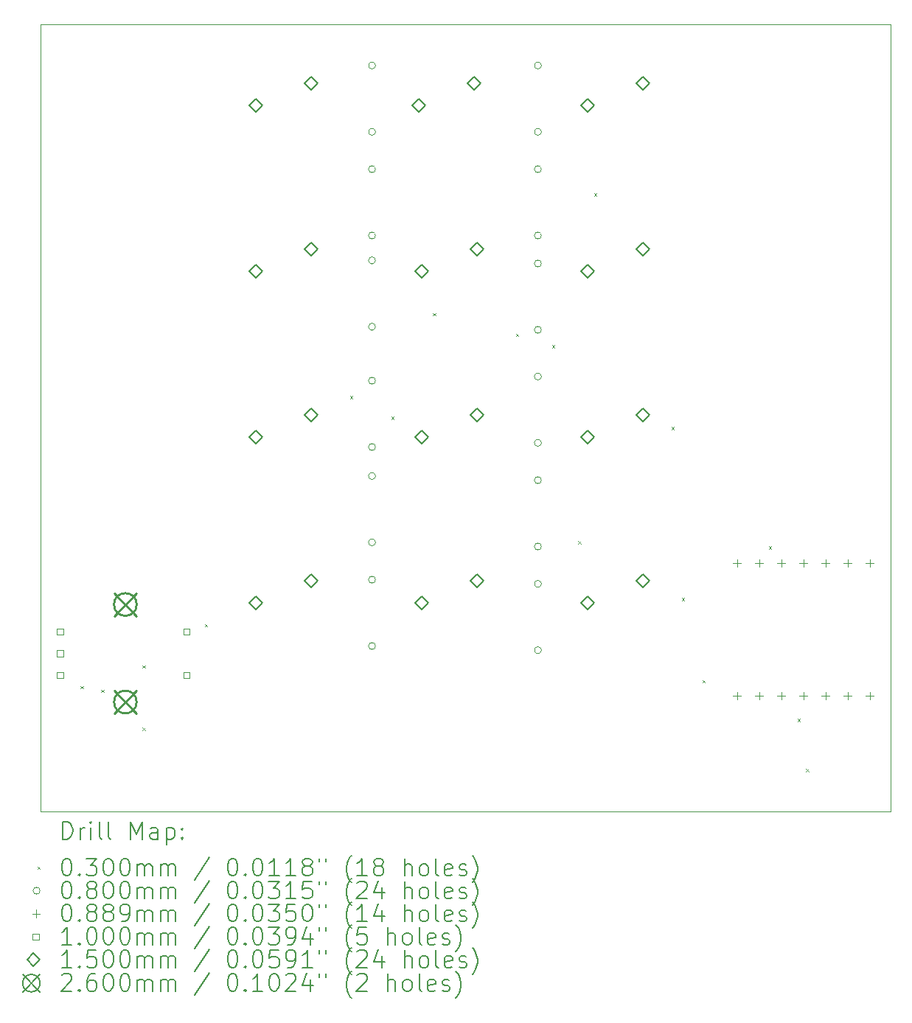
<source format=gbr>
%TF.GenerationSoftware,KiCad,Pcbnew,8.0.8*%
%TF.CreationDate,2025-03-22T19:21:23-07:00*%
%TF.ProjectId,Turtlepad Fixed,54757274-6c65-4706-9164-204669786564,rev?*%
%TF.SameCoordinates,Original*%
%TF.FileFunction,Drillmap*%
%TF.FilePolarity,Positive*%
%FSLAX45Y45*%
G04 Gerber Fmt 4.5, Leading zero omitted, Abs format (unit mm)*
G04 Created by KiCad (PCBNEW 8.0.8) date 2025-03-22 19:21:23*
%MOMM*%
%LPD*%
G01*
G04 APERTURE LIST*
%ADD10C,0.050000*%
%ADD11C,0.200000*%
%ADD12C,0.100000*%
%ADD13C,0.150000*%
%ADD14C,0.260000*%
G04 APERTURE END LIST*
D10*
X6191250Y-4286250D02*
X15954375Y-4286250D01*
X15954375Y-13335000D01*
X6191250Y-13335000D01*
X6191250Y-4286250D01*
D11*
D12*
X6652500Y-11891250D02*
X6682500Y-11921250D01*
X6682500Y-11891250D02*
X6652500Y-11921250D01*
X6890625Y-11932598D02*
X6920625Y-11962598D01*
X6920625Y-11932598D02*
X6890625Y-11962598D01*
X7366875Y-11653125D02*
X7396875Y-11683125D01*
X7396875Y-11653125D02*
X7366875Y-11683125D01*
X7366875Y-12367500D02*
X7396875Y-12397500D01*
X7396875Y-12367500D02*
X7366875Y-12397500D01*
X8081250Y-11176875D02*
X8111250Y-11206875D01*
X8111250Y-11176875D02*
X8081250Y-11206875D01*
X9748125Y-8557500D02*
X9778125Y-8587500D01*
X9778125Y-8557500D02*
X9748125Y-8587500D01*
X10224375Y-8795625D02*
X10254375Y-8825625D01*
X10254375Y-8795625D02*
X10224375Y-8825625D01*
X10700625Y-7605000D02*
X10730625Y-7635000D01*
X10730625Y-7605000D02*
X10700625Y-7635000D01*
X11653125Y-7843125D02*
X11683125Y-7873125D01*
X11683125Y-7843125D02*
X11653125Y-7873125D01*
X12069375Y-7972103D02*
X12099375Y-8002103D01*
X12099375Y-7972103D02*
X12069375Y-8002103D01*
X12367500Y-10224375D02*
X12397500Y-10254375D01*
X12397500Y-10224375D02*
X12367500Y-10254375D01*
X12552801Y-6229073D02*
X12582801Y-6259073D01*
X12582801Y-6229073D02*
X12552801Y-6259073D01*
X13439062Y-8914688D02*
X13469062Y-8944688D01*
X13469062Y-8914688D02*
X13439062Y-8944688D01*
X13558125Y-10878750D02*
X13588125Y-10908750D01*
X13588125Y-10878750D02*
X13558125Y-10908750D01*
X13796250Y-11820300D02*
X13826250Y-11850300D01*
X13826250Y-11820300D02*
X13796250Y-11850300D01*
X14557450Y-10284375D02*
X14587450Y-10314375D01*
X14587450Y-10284375D02*
X14557450Y-10314375D01*
X14887747Y-12268372D02*
X14917747Y-12298372D01*
X14917747Y-12268372D02*
X14887747Y-12298372D01*
X14986875Y-12843750D02*
X15016875Y-12873750D01*
X15016875Y-12843750D02*
X14986875Y-12873750D01*
X10041250Y-4762500D02*
G75*
G02*
X9961250Y-4762500I-40000J0D01*
G01*
X9961250Y-4762500D02*
G75*
G02*
X10041250Y-4762500I40000J0D01*
G01*
X10041250Y-5524500D02*
G75*
G02*
X9961250Y-5524500I-40000J0D01*
G01*
X9961250Y-5524500D02*
G75*
G02*
X10041250Y-5524500I40000J0D01*
G01*
X10041250Y-5953125D02*
G75*
G02*
X9961250Y-5953125I-40000J0D01*
G01*
X9961250Y-5953125D02*
G75*
G02*
X10041250Y-5953125I40000J0D01*
G01*
X10041250Y-6715125D02*
G75*
G02*
X9961250Y-6715125I-40000J0D01*
G01*
X9961250Y-6715125D02*
G75*
G02*
X10041250Y-6715125I40000J0D01*
G01*
X10041250Y-7000875D02*
G75*
G02*
X9961250Y-7000875I-40000J0D01*
G01*
X9961250Y-7000875D02*
G75*
G02*
X10041250Y-7000875I40000J0D01*
G01*
X10041250Y-7762875D02*
G75*
G02*
X9961250Y-7762875I-40000J0D01*
G01*
X9961250Y-7762875D02*
G75*
G02*
X10041250Y-7762875I40000J0D01*
G01*
X10041250Y-8382000D02*
G75*
G02*
X9961250Y-8382000I-40000J0D01*
G01*
X9961250Y-8382000D02*
G75*
G02*
X10041250Y-8382000I40000J0D01*
G01*
X10041250Y-9144000D02*
G75*
G02*
X9961250Y-9144000I-40000J0D01*
G01*
X9961250Y-9144000D02*
G75*
G02*
X10041250Y-9144000I40000J0D01*
G01*
X10041250Y-9477375D02*
G75*
G02*
X9961250Y-9477375I-40000J0D01*
G01*
X9961250Y-9477375D02*
G75*
G02*
X10041250Y-9477375I40000J0D01*
G01*
X10041250Y-10239375D02*
G75*
G02*
X9961250Y-10239375I-40000J0D01*
G01*
X9961250Y-10239375D02*
G75*
G02*
X10041250Y-10239375I40000J0D01*
G01*
X10041250Y-10668000D02*
G75*
G02*
X9961250Y-10668000I-40000J0D01*
G01*
X9961250Y-10668000D02*
G75*
G02*
X10041250Y-10668000I40000J0D01*
G01*
X10041250Y-11430000D02*
G75*
G02*
X9961250Y-11430000I-40000J0D01*
G01*
X9961250Y-11430000D02*
G75*
G02*
X10041250Y-11430000I40000J0D01*
G01*
X11946250Y-4762500D02*
G75*
G02*
X11866250Y-4762500I-40000J0D01*
G01*
X11866250Y-4762500D02*
G75*
G02*
X11946250Y-4762500I40000J0D01*
G01*
X11946250Y-5524500D02*
G75*
G02*
X11866250Y-5524500I-40000J0D01*
G01*
X11866250Y-5524500D02*
G75*
G02*
X11946250Y-5524500I40000J0D01*
G01*
X11946250Y-5953125D02*
G75*
G02*
X11866250Y-5953125I-40000J0D01*
G01*
X11866250Y-5953125D02*
G75*
G02*
X11946250Y-5953125I40000J0D01*
G01*
X11946250Y-6715125D02*
G75*
G02*
X11866250Y-6715125I-40000J0D01*
G01*
X11866250Y-6715125D02*
G75*
G02*
X11946250Y-6715125I40000J0D01*
G01*
X11946250Y-7035625D02*
G75*
G02*
X11866250Y-7035625I-40000J0D01*
G01*
X11866250Y-7035625D02*
G75*
G02*
X11946250Y-7035625I40000J0D01*
G01*
X11946250Y-7797625D02*
G75*
G02*
X11866250Y-7797625I-40000J0D01*
G01*
X11866250Y-7797625D02*
G75*
G02*
X11946250Y-7797625I40000J0D01*
G01*
X11946250Y-8334375D02*
G75*
G02*
X11866250Y-8334375I-40000J0D01*
G01*
X11866250Y-8334375D02*
G75*
G02*
X11946250Y-8334375I40000J0D01*
G01*
X11946250Y-9096375D02*
G75*
G02*
X11866250Y-9096375I-40000J0D01*
G01*
X11866250Y-9096375D02*
G75*
G02*
X11946250Y-9096375I40000J0D01*
G01*
X11946250Y-9525000D02*
G75*
G02*
X11866250Y-9525000I-40000J0D01*
G01*
X11866250Y-9525000D02*
G75*
G02*
X11946250Y-9525000I40000J0D01*
G01*
X11946250Y-10287000D02*
G75*
G02*
X11866250Y-10287000I-40000J0D01*
G01*
X11866250Y-10287000D02*
G75*
G02*
X11946250Y-10287000I40000J0D01*
G01*
X11946250Y-10715625D02*
G75*
G02*
X11866250Y-10715625I-40000J0D01*
G01*
X11866250Y-10715625D02*
G75*
G02*
X11946250Y-10715625I40000J0D01*
G01*
X11946250Y-11477625D02*
G75*
G02*
X11866250Y-11477625I-40000J0D01*
G01*
X11866250Y-11477625D02*
G75*
G02*
X11946250Y-11477625I40000J0D01*
G01*
X14192250Y-10433050D02*
X14192250Y-10521950D01*
X14147800Y-10477500D02*
X14236700Y-10477500D01*
X14192250Y-11957050D02*
X14192250Y-12045950D01*
X14147800Y-12001500D02*
X14236700Y-12001500D01*
X14446250Y-10433050D02*
X14446250Y-10521950D01*
X14401800Y-10477500D02*
X14490700Y-10477500D01*
X14446250Y-11957050D02*
X14446250Y-12045950D01*
X14401800Y-12001500D02*
X14490700Y-12001500D01*
X14700250Y-10433050D02*
X14700250Y-10521950D01*
X14655800Y-10477500D02*
X14744700Y-10477500D01*
X14700250Y-11957050D02*
X14700250Y-12045950D01*
X14655800Y-12001500D02*
X14744700Y-12001500D01*
X14954250Y-10433050D02*
X14954250Y-10521950D01*
X14909800Y-10477500D02*
X14998700Y-10477500D01*
X14954250Y-11957050D02*
X14954250Y-12045950D01*
X14909800Y-12001500D02*
X14998700Y-12001500D01*
X15208250Y-10433050D02*
X15208250Y-10521950D01*
X15163800Y-10477500D02*
X15252700Y-10477500D01*
X15208250Y-11957050D02*
X15208250Y-12045950D01*
X15163800Y-12001500D02*
X15252700Y-12001500D01*
X15462250Y-10433050D02*
X15462250Y-10521950D01*
X15417800Y-10477500D02*
X15506700Y-10477500D01*
X15462250Y-11957050D02*
X15462250Y-12045950D01*
X15417800Y-12001500D02*
X15506700Y-12001500D01*
X15716250Y-10433050D02*
X15716250Y-10521950D01*
X15671800Y-10477500D02*
X15760700Y-10477500D01*
X15716250Y-11957050D02*
X15716250Y-12045950D01*
X15671800Y-12001500D02*
X15760700Y-12001500D01*
X6454106Y-11299106D02*
X6454106Y-11228394D01*
X6383394Y-11228394D01*
X6383394Y-11299106D01*
X6454106Y-11299106D01*
X6454106Y-11549106D02*
X6454106Y-11478394D01*
X6383394Y-11478394D01*
X6383394Y-11549106D01*
X6454106Y-11549106D01*
X6454106Y-11799106D02*
X6454106Y-11728394D01*
X6383394Y-11728394D01*
X6383394Y-11799106D01*
X6454106Y-11799106D01*
X7904106Y-11299106D02*
X7904106Y-11228394D01*
X7833394Y-11228394D01*
X7833394Y-11299106D01*
X7904106Y-11299106D01*
X7904106Y-11799106D02*
X7904106Y-11728394D01*
X7833394Y-11728394D01*
X7833394Y-11799106D01*
X7904106Y-11799106D01*
D13*
X8667750Y-5297875D02*
X8742750Y-5222875D01*
X8667750Y-5147875D01*
X8592750Y-5222875D01*
X8667750Y-5297875D01*
X8667750Y-7202875D02*
X8742750Y-7127875D01*
X8667750Y-7052875D01*
X8592750Y-7127875D01*
X8667750Y-7202875D01*
X8667750Y-9107875D02*
X8742750Y-9032875D01*
X8667750Y-8957875D01*
X8592750Y-9032875D01*
X8667750Y-9107875D01*
X8667750Y-11012875D02*
X8742750Y-10937875D01*
X8667750Y-10862875D01*
X8592750Y-10937875D01*
X8667750Y-11012875D01*
X9302750Y-5043875D02*
X9377750Y-4968875D01*
X9302750Y-4893875D01*
X9227750Y-4968875D01*
X9302750Y-5043875D01*
X9302750Y-6948875D02*
X9377750Y-6873875D01*
X9302750Y-6798875D01*
X9227750Y-6873875D01*
X9302750Y-6948875D01*
X9302750Y-8853875D02*
X9377750Y-8778875D01*
X9302750Y-8703875D01*
X9227750Y-8778875D01*
X9302750Y-8853875D01*
X9302750Y-10758875D02*
X9377750Y-10683875D01*
X9302750Y-10608875D01*
X9227750Y-10683875D01*
X9302750Y-10758875D01*
X10541000Y-5297875D02*
X10616000Y-5222875D01*
X10541000Y-5147875D01*
X10466000Y-5222875D01*
X10541000Y-5297875D01*
X10572750Y-7202875D02*
X10647750Y-7127875D01*
X10572750Y-7052875D01*
X10497750Y-7127875D01*
X10572750Y-7202875D01*
X10572750Y-9107875D02*
X10647750Y-9032875D01*
X10572750Y-8957875D01*
X10497750Y-9032875D01*
X10572750Y-9107875D01*
X10572750Y-11012875D02*
X10647750Y-10937875D01*
X10572750Y-10862875D01*
X10497750Y-10937875D01*
X10572750Y-11012875D01*
X11176000Y-5043875D02*
X11251000Y-4968875D01*
X11176000Y-4893875D01*
X11101000Y-4968875D01*
X11176000Y-5043875D01*
X11207750Y-6948875D02*
X11282750Y-6873875D01*
X11207750Y-6798875D01*
X11132750Y-6873875D01*
X11207750Y-6948875D01*
X11207750Y-8853875D02*
X11282750Y-8778875D01*
X11207750Y-8703875D01*
X11132750Y-8778875D01*
X11207750Y-8853875D01*
X11207750Y-10758875D02*
X11282750Y-10683875D01*
X11207750Y-10608875D01*
X11132750Y-10683875D01*
X11207750Y-10758875D01*
X12477750Y-5297875D02*
X12552750Y-5222875D01*
X12477750Y-5147875D01*
X12402750Y-5222875D01*
X12477750Y-5297875D01*
X12477750Y-7202875D02*
X12552750Y-7127875D01*
X12477750Y-7052875D01*
X12402750Y-7127875D01*
X12477750Y-7202875D01*
X12477750Y-9107875D02*
X12552750Y-9032875D01*
X12477750Y-8957875D01*
X12402750Y-9032875D01*
X12477750Y-9107875D01*
X12477750Y-11012875D02*
X12552750Y-10937875D01*
X12477750Y-10862875D01*
X12402750Y-10937875D01*
X12477750Y-11012875D01*
X13112750Y-5043875D02*
X13187750Y-4968875D01*
X13112750Y-4893875D01*
X13037750Y-4968875D01*
X13112750Y-5043875D01*
X13112750Y-6948875D02*
X13187750Y-6873875D01*
X13112750Y-6798875D01*
X13037750Y-6873875D01*
X13112750Y-6948875D01*
X13112750Y-8853875D02*
X13187750Y-8778875D01*
X13112750Y-8703875D01*
X13037750Y-8778875D01*
X13112750Y-8853875D01*
X13112750Y-10758875D02*
X13187750Y-10683875D01*
X13112750Y-10608875D01*
X13037750Y-10683875D01*
X13112750Y-10758875D01*
D14*
X7038750Y-10823750D02*
X7298750Y-11083750D01*
X7298750Y-10823750D02*
X7038750Y-11083750D01*
X7298750Y-10953750D02*
G75*
G02*
X7038750Y-10953750I-130000J0D01*
G01*
X7038750Y-10953750D02*
G75*
G02*
X7298750Y-10953750I130000J0D01*
G01*
X7038750Y-11943750D02*
X7298750Y-12203750D01*
X7298750Y-11943750D02*
X7038750Y-12203750D01*
X7298750Y-12073750D02*
G75*
G02*
X7038750Y-12073750I-130000J0D01*
G01*
X7038750Y-12073750D02*
G75*
G02*
X7298750Y-12073750I130000J0D01*
G01*
D11*
X6449527Y-13648984D02*
X6449527Y-13448984D01*
X6449527Y-13448984D02*
X6497146Y-13448984D01*
X6497146Y-13448984D02*
X6525717Y-13458508D01*
X6525717Y-13458508D02*
X6544765Y-13477555D01*
X6544765Y-13477555D02*
X6554289Y-13496603D01*
X6554289Y-13496603D02*
X6563812Y-13534698D01*
X6563812Y-13534698D02*
X6563812Y-13563269D01*
X6563812Y-13563269D02*
X6554289Y-13601365D01*
X6554289Y-13601365D02*
X6544765Y-13620412D01*
X6544765Y-13620412D02*
X6525717Y-13639460D01*
X6525717Y-13639460D02*
X6497146Y-13648984D01*
X6497146Y-13648984D02*
X6449527Y-13648984D01*
X6649527Y-13648984D02*
X6649527Y-13515650D01*
X6649527Y-13553746D02*
X6659051Y-13534698D01*
X6659051Y-13534698D02*
X6668574Y-13525174D01*
X6668574Y-13525174D02*
X6687622Y-13515650D01*
X6687622Y-13515650D02*
X6706670Y-13515650D01*
X6773336Y-13648984D02*
X6773336Y-13515650D01*
X6773336Y-13448984D02*
X6763812Y-13458508D01*
X6763812Y-13458508D02*
X6773336Y-13468031D01*
X6773336Y-13468031D02*
X6782860Y-13458508D01*
X6782860Y-13458508D02*
X6773336Y-13448984D01*
X6773336Y-13448984D02*
X6773336Y-13468031D01*
X6897146Y-13648984D02*
X6878098Y-13639460D01*
X6878098Y-13639460D02*
X6868574Y-13620412D01*
X6868574Y-13620412D02*
X6868574Y-13448984D01*
X7001908Y-13648984D02*
X6982860Y-13639460D01*
X6982860Y-13639460D02*
X6973336Y-13620412D01*
X6973336Y-13620412D02*
X6973336Y-13448984D01*
X7230479Y-13648984D02*
X7230479Y-13448984D01*
X7230479Y-13448984D02*
X7297146Y-13591841D01*
X7297146Y-13591841D02*
X7363812Y-13448984D01*
X7363812Y-13448984D02*
X7363812Y-13648984D01*
X7544765Y-13648984D02*
X7544765Y-13544222D01*
X7544765Y-13544222D02*
X7535241Y-13525174D01*
X7535241Y-13525174D02*
X7516193Y-13515650D01*
X7516193Y-13515650D02*
X7478098Y-13515650D01*
X7478098Y-13515650D02*
X7459051Y-13525174D01*
X7544765Y-13639460D02*
X7525717Y-13648984D01*
X7525717Y-13648984D02*
X7478098Y-13648984D01*
X7478098Y-13648984D02*
X7459051Y-13639460D01*
X7459051Y-13639460D02*
X7449527Y-13620412D01*
X7449527Y-13620412D02*
X7449527Y-13601365D01*
X7449527Y-13601365D02*
X7459051Y-13582317D01*
X7459051Y-13582317D02*
X7478098Y-13572793D01*
X7478098Y-13572793D02*
X7525717Y-13572793D01*
X7525717Y-13572793D02*
X7544765Y-13563269D01*
X7640003Y-13515650D02*
X7640003Y-13715650D01*
X7640003Y-13525174D02*
X7659051Y-13515650D01*
X7659051Y-13515650D02*
X7697146Y-13515650D01*
X7697146Y-13515650D02*
X7716193Y-13525174D01*
X7716193Y-13525174D02*
X7725717Y-13534698D01*
X7725717Y-13534698D02*
X7735241Y-13553746D01*
X7735241Y-13553746D02*
X7735241Y-13610888D01*
X7735241Y-13610888D02*
X7725717Y-13629936D01*
X7725717Y-13629936D02*
X7716193Y-13639460D01*
X7716193Y-13639460D02*
X7697146Y-13648984D01*
X7697146Y-13648984D02*
X7659051Y-13648984D01*
X7659051Y-13648984D02*
X7640003Y-13639460D01*
X7820955Y-13629936D02*
X7830479Y-13639460D01*
X7830479Y-13639460D02*
X7820955Y-13648984D01*
X7820955Y-13648984D02*
X7811432Y-13639460D01*
X7811432Y-13639460D02*
X7820955Y-13629936D01*
X7820955Y-13629936D02*
X7820955Y-13648984D01*
X7820955Y-13525174D02*
X7830479Y-13534698D01*
X7830479Y-13534698D02*
X7820955Y-13544222D01*
X7820955Y-13544222D02*
X7811432Y-13534698D01*
X7811432Y-13534698D02*
X7820955Y-13525174D01*
X7820955Y-13525174D02*
X7820955Y-13544222D01*
D12*
X6158750Y-13962500D02*
X6188750Y-13992500D01*
X6188750Y-13962500D02*
X6158750Y-13992500D01*
D11*
X6487622Y-13868984D02*
X6506670Y-13868984D01*
X6506670Y-13868984D02*
X6525717Y-13878508D01*
X6525717Y-13878508D02*
X6535241Y-13888031D01*
X6535241Y-13888031D02*
X6544765Y-13907079D01*
X6544765Y-13907079D02*
X6554289Y-13945174D01*
X6554289Y-13945174D02*
X6554289Y-13992793D01*
X6554289Y-13992793D02*
X6544765Y-14030888D01*
X6544765Y-14030888D02*
X6535241Y-14049936D01*
X6535241Y-14049936D02*
X6525717Y-14059460D01*
X6525717Y-14059460D02*
X6506670Y-14068984D01*
X6506670Y-14068984D02*
X6487622Y-14068984D01*
X6487622Y-14068984D02*
X6468574Y-14059460D01*
X6468574Y-14059460D02*
X6459051Y-14049936D01*
X6459051Y-14049936D02*
X6449527Y-14030888D01*
X6449527Y-14030888D02*
X6440003Y-13992793D01*
X6440003Y-13992793D02*
X6440003Y-13945174D01*
X6440003Y-13945174D02*
X6449527Y-13907079D01*
X6449527Y-13907079D02*
X6459051Y-13888031D01*
X6459051Y-13888031D02*
X6468574Y-13878508D01*
X6468574Y-13878508D02*
X6487622Y-13868984D01*
X6640003Y-14049936D02*
X6649527Y-14059460D01*
X6649527Y-14059460D02*
X6640003Y-14068984D01*
X6640003Y-14068984D02*
X6630479Y-14059460D01*
X6630479Y-14059460D02*
X6640003Y-14049936D01*
X6640003Y-14049936D02*
X6640003Y-14068984D01*
X6716193Y-13868984D02*
X6840003Y-13868984D01*
X6840003Y-13868984D02*
X6773336Y-13945174D01*
X6773336Y-13945174D02*
X6801908Y-13945174D01*
X6801908Y-13945174D02*
X6820955Y-13954698D01*
X6820955Y-13954698D02*
X6830479Y-13964222D01*
X6830479Y-13964222D02*
X6840003Y-13983269D01*
X6840003Y-13983269D02*
X6840003Y-14030888D01*
X6840003Y-14030888D02*
X6830479Y-14049936D01*
X6830479Y-14049936D02*
X6820955Y-14059460D01*
X6820955Y-14059460D02*
X6801908Y-14068984D01*
X6801908Y-14068984D02*
X6744765Y-14068984D01*
X6744765Y-14068984D02*
X6725717Y-14059460D01*
X6725717Y-14059460D02*
X6716193Y-14049936D01*
X6963812Y-13868984D02*
X6982860Y-13868984D01*
X6982860Y-13868984D02*
X7001908Y-13878508D01*
X7001908Y-13878508D02*
X7011432Y-13888031D01*
X7011432Y-13888031D02*
X7020955Y-13907079D01*
X7020955Y-13907079D02*
X7030479Y-13945174D01*
X7030479Y-13945174D02*
X7030479Y-13992793D01*
X7030479Y-13992793D02*
X7020955Y-14030888D01*
X7020955Y-14030888D02*
X7011432Y-14049936D01*
X7011432Y-14049936D02*
X7001908Y-14059460D01*
X7001908Y-14059460D02*
X6982860Y-14068984D01*
X6982860Y-14068984D02*
X6963812Y-14068984D01*
X6963812Y-14068984D02*
X6944765Y-14059460D01*
X6944765Y-14059460D02*
X6935241Y-14049936D01*
X6935241Y-14049936D02*
X6925717Y-14030888D01*
X6925717Y-14030888D02*
X6916193Y-13992793D01*
X6916193Y-13992793D02*
X6916193Y-13945174D01*
X6916193Y-13945174D02*
X6925717Y-13907079D01*
X6925717Y-13907079D02*
X6935241Y-13888031D01*
X6935241Y-13888031D02*
X6944765Y-13878508D01*
X6944765Y-13878508D02*
X6963812Y-13868984D01*
X7154289Y-13868984D02*
X7173336Y-13868984D01*
X7173336Y-13868984D02*
X7192384Y-13878508D01*
X7192384Y-13878508D02*
X7201908Y-13888031D01*
X7201908Y-13888031D02*
X7211432Y-13907079D01*
X7211432Y-13907079D02*
X7220955Y-13945174D01*
X7220955Y-13945174D02*
X7220955Y-13992793D01*
X7220955Y-13992793D02*
X7211432Y-14030888D01*
X7211432Y-14030888D02*
X7201908Y-14049936D01*
X7201908Y-14049936D02*
X7192384Y-14059460D01*
X7192384Y-14059460D02*
X7173336Y-14068984D01*
X7173336Y-14068984D02*
X7154289Y-14068984D01*
X7154289Y-14068984D02*
X7135241Y-14059460D01*
X7135241Y-14059460D02*
X7125717Y-14049936D01*
X7125717Y-14049936D02*
X7116193Y-14030888D01*
X7116193Y-14030888D02*
X7106670Y-13992793D01*
X7106670Y-13992793D02*
X7106670Y-13945174D01*
X7106670Y-13945174D02*
X7116193Y-13907079D01*
X7116193Y-13907079D02*
X7125717Y-13888031D01*
X7125717Y-13888031D02*
X7135241Y-13878508D01*
X7135241Y-13878508D02*
X7154289Y-13868984D01*
X7306670Y-14068984D02*
X7306670Y-13935650D01*
X7306670Y-13954698D02*
X7316193Y-13945174D01*
X7316193Y-13945174D02*
X7335241Y-13935650D01*
X7335241Y-13935650D02*
X7363813Y-13935650D01*
X7363813Y-13935650D02*
X7382860Y-13945174D01*
X7382860Y-13945174D02*
X7392384Y-13964222D01*
X7392384Y-13964222D02*
X7392384Y-14068984D01*
X7392384Y-13964222D02*
X7401908Y-13945174D01*
X7401908Y-13945174D02*
X7420955Y-13935650D01*
X7420955Y-13935650D02*
X7449527Y-13935650D01*
X7449527Y-13935650D02*
X7468574Y-13945174D01*
X7468574Y-13945174D02*
X7478098Y-13964222D01*
X7478098Y-13964222D02*
X7478098Y-14068984D01*
X7573336Y-14068984D02*
X7573336Y-13935650D01*
X7573336Y-13954698D02*
X7582860Y-13945174D01*
X7582860Y-13945174D02*
X7601908Y-13935650D01*
X7601908Y-13935650D02*
X7630479Y-13935650D01*
X7630479Y-13935650D02*
X7649527Y-13945174D01*
X7649527Y-13945174D02*
X7659051Y-13964222D01*
X7659051Y-13964222D02*
X7659051Y-14068984D01*
X7659051Y-13964222D02*
X7668574Y-13945174D01*
X7668574Y-13945174D02*
X7687622Y-13935650D01*
X7687622Y-13935650D02*
X7716193Y-13935650D01*
X7716193Y-13935650D02*
X7735241Y-13945174D01*
X7735241Y-13945174D02*
X7744765Y-13964222D01*
X7744765Y-13964222D02*
X7744765Y-14068984D01*
X8135241Y-13859460D02*
X7963813Y-14116603D01*
X8392384Y-13868984D02*
X8411432Y-13868984D01*
X8411432Y-13868984D02*
X8430479Y-13878508D01*
X8430479Y-13878508D02*
X8440003Y-13888031D01*
X8440003Y-13888031D02*
X8449527Y-13907079D01*
X8449527Y-13907079D02*
X8459051Y-13945174D01*
X8459051Y-13945174D02*
X8459051Y-13992793D01*
X8459051Y-13992793D02*
X8449527Y-14030888D01*
X8449527Y-14030888D02*
X8440003Y-14049936D01*
X8440003Y-14049936D02*
X8430479Y-14059460D01*
X8430479Y-14059460D02*
X8411432Y-14068984D01*
X8411432Y-14068984D02*
X8392384Y-14068984D01*
X8392384Y-14068984D02*
X8373336Y-14059460D01*
X8373336Y-14059460D02*
X8363813Y-14049936D01*
X8363813Y-14049936D02*
X8354289Y-14030888D01*
X8354289Y-14030888D02*
X8344765Y-13992793D01*
X8344765Y-13992793D02*
X8344765Y-13945174D01*
X8344765Y-13945174D02*
X8354289Y-13907079D01*
X8354289Y-13907079D02*
X8363813Y-13888031D01*
X8363813Y-13888031D02*
X8373336Y-13878508D01*
X8373336Y-13878508D02*
X8392384Y-13868984D01*
X8544765Y-14049936D02*
X8554289Y-14059460D01*
X8554289Y-14059460D02*
X8544765Y-14068984D01*
X8544765Y-14068984D02*
X8535241Y-14059460D01*
X8535241Y-14059460D02*
X8544765Y-14049936D01*
X8544765Y-14049936D02*
X8544765Y-14068984D01*
X8678098Y-13868984D02*
X8697146Y-13868984D01*
X8697146Y-13868984D02*
X8716194Y-13878508D01*
X8716194Y-13878508D02*
X8725718Y-13888031D01*
X8725718Y-13888031D02*
X8735241Y-13907079D01*
X8735241Y-13907079D02*
X8744765Y-13945174D01*
X8744765Y-13945174D02*
X8744765Y-13992793D01*
X8744765Y-13992793D02*
X8735241Y-14030888D01*
X8735241Y-14030888D02*
X8725718Y-14049936D01*
X8725718Y-14049936D02*
X8716194Y-14059460D01*
X8716194Y-14059460D02*
X8697146Y-14068984D01*
X8697146Y-14068984D02*
X8678098Y-14068984D01*
X8678098Y-14068984D02*
X8659051Y-14059460D01*
X8659051Y-14059460D02*
X8649527Y-14049936D01*
X8649527Y-14049936D02*
X8640003Y-14030888D01*
X8640003Y-14030888D02*
X8630479Y-13992793D01*
X8630479Y-13992793D02*
X8630479Y-13945174D01*
X8630479Y-13945174D02*
X8640003Y-13907079D01*
X8640003Y-13907079D02*
X8649527Y-13888031D01*
X8649527Y-13888031D02*
X8659051Y-13878508D01*
X8659051Y-13878508D02*
X8678098Y-13868984D01*
X8935241Y-14068984D02*
X8820956Y-14068984D01*
X8878098Y-14068984D02*
X8878098Y-13868984D01*
X8878098Y-13868984D02*
X8859051Y-13897555D01*
X8859051Y-13897555D02*
X8840003Y-13916603D01*
X8840003Y-13916603D02*
X8820956Y-13926127D01*
X9125718Y-14068984D02*
X9011432Y-14068984D01*
X9068575Y-14068984D02*
X9068575Y-13868984D01*
X9068575Y-13868984D02*
X9049527Y-13897555D01*
X9049527Y-13897555D02*
X9030479Y-13916603D01*
X9030479Y-13916603D02*
X9011432Y-13926127D01*
X9240003Y-13954698D02*
X9220956Y-13945174D01*
X9220956Y-13945174D02*
X9211432Y-13935650D01*
X9211432Y-13935650D02*
X9201908Y-13916603D01*
X9201908Y-13916603D02*
X9201908Y-13907079D01*
X9201908Y-13907079D02*
X9211432Y-13888031D01*
X9211432Y-13888031D02*
X9220956Y-13878508D01*
X9220956Y-13878508D02*
X9240003Y-13868984D01*
X9240003Y-13868984D02*
X9278099Y-13868984D01*
X9278099Y-13868984D02*
X9297146Y-13878508D01*
X9297146Y-13878508D02*
X9306670Y-13888031D01*
X9306670Y-13888031D02*
X9316194Y-13907079D01*
X9316194Y-13907079D02*
X9316194Y-13916603D01*
X9316194Y-13916603D02*
X9306670Y-13935650D01*
X9306670Y-13935650D02*
X9297146Y-13945174D01*
X9297146Y-13945174D02*
X9278099Y-13954698D01*
X9278099Y-13954698D02*
X9240003Y-13954698D01*
X9240003Y-13954698D02*
X9220956Y-13964222D01*
X9220956Y-13964222D02*
X9211432Y-13973746D01*
X9211432Y-13973746D02*
X9201908Y-13992793D01*
X9201908Y-13992793D02*
X9201908Y-14030888D01*
X9201908Y-14030888D02*
X9211432Y-14049936D01*
X9211432Y-14049936D02*
X9220956Y-14059460D01*
X9220956Y-14059460D02*
X9240003Y-14068984D01*
X9240003Y-14068984D02*
X9278099Y-14068984D01*
X9278099Y-14068984D02*
X9297146Y-14059460D01*
X9297146Y-14059460D02*
X9306670Y-14049936D01*
X9306670Y-14049936D02*
X9316194Y-14030888D01*
X9316194Y-14030888D02*
X9316194Y-13992793D01*
X9316194Y-13992793D02*
X9306670Y-13973746D01*
X9306670Y-13973746D02*
X9297146Y-13964222D01*
X9297146Y-13964222D02*
X9278099Y-13954698D01*
X9392384Y-13868984D02*
X9392384Y-13907079D01*
X9468575Y-13868984D02*
X9468575Y-13907079D01*
X9763813Y-14145174D02*
X9754289Y-14135650D01*
X9754289Y-14135650D02*
X9735241Y-14107079D01*
X9735241Y-14107079D02*
X9725718Y-14088031D01*
X9725718Y-14088031D02*
X9716194Y-14059460D01*
X9716194Y-14059460D02*
X9706670Y-14011841D01*
X9706670Y-14011841D02*
X9706670Y-13973746D01*
X9706670Y-13973746D02*
X9716194Y-13926127D01*
X9716194Y-13926127D02*
X9725718Y-13897555D01*
X9725718Y-13897555D02*
X9735241Y-13878508D01*
X9735241Y-13878508D02*
X9754289Y-13849936D01*
X9754289Y-13849936D02*
X9763813Y-13840412D01*
X9944765Y-14068984D02*
X9830480Y-14068984D01*
X9887622Y-14068984D02*
X9887622Y-13868984D01*
X9887622Y-13868984D02*
X9868575Y-13897555D01*
X9868575Y-13897555D02*
X9849527Y-13916603D01*
X9849527Y-13916603D02*
X9830480Y-13926127D01*
X10059051Y-13954698D02*
X10040003Y-13945174D01*
X10040003Y-13945174D02*
X10030480Y-13935650D01*
X10030480Y-13935650D02*
X10020956Y-13916603D01*
X10020956Y-13916603D02*
X10020956Y-13907079D01*
X10020956Y-13907079D02*
X10030480Y-13888031D01*
X10030480Y-13888031D02*
X10040003Y-13878508D01*
X10040003Y-13878508D02*
X10059051Y-13868984D01*
X10059051Y-13868984D02*
X10097146Y-13868984D01*
X10097146Y-13868984D02*
X10116194Y-13878508D01*
X10116194Y-13878508D02*
X10125718Y-13888031D01*
X10125718Y-13888031D02*
X10135241Y-13907079D01*
X10135241Y-13907079D02*
X10135241Y-13916603D01*
X10135241Y-13916603D02*
X10125718Y-13935650D01*
X10125718Y-13935650D02*
X10116194Y-13945174D01*
X10116194Y-13945174D02*
X10097146Y-13954698D01*
X10097146Y-13954698D02*
X10059051Y-13954698D01*
X10059051Y-13954698D02*
X10040003Y-13964222D01*
X10040003Y-13964222D02*
X10030480Y-13973746D01*
X10030480Y-13973746D02*
X10020956Y-13992793D01*
X10020956Y-13992793D02*
X10020956Y-14030888D01*
X10020956Y-14030888D02*
X10030480Y-14049936D01*
X10030480Y-14049936D02*
X10040003Y-14059460D01*
X10040003Y-14059460D02*
X10059051Y-14068984D01*
X10059051Y-14068984D02*
X10097146Y-14068984D01*
X10097146Y-14068984D02*
X10116194Y-14059460D01*
X10116194Y-14059460D02*
X10125718Y-14049936D01*
X10125718Y-14049936D02*
X10135241Y-14030888D01*
X10135241Y-14030888D02*
X10135241Y-13992793D01*
X10135241Y-13992793D02*
X10125718Y-13973746D01*
X10125718Y-13973746D02*
X10116194Y-13964222D01*
X10116194Y-13964222D02*
X10097146Y-13954698D01*
X10373337Y-14068984D02*
X10373337Y-13868984D01*
X10459051Y-14068984D02*
X10459051Y-13964222D01*
X10459051Y-13964222D02*
X10449527Y-13945174D01*
X10449527Y-13945174D02*
X10430480Y-13935650D01*
X10430480Y-13935650D02*
X10401908Y-13935650D01*
X10401908Y-13935650D02*
X10382861Y-13945174D01*
X10382861Y-13945174D02*
X10373337Y-13954698D01*
X10582861Y-14068984D02*
X10563813Y-14059460D01*
X10563813Y-14059460D02*
X10554289Y-14049936D01*
X10554289Y-14049936D02*
X10544765Y-14030888D01*
X10544765Y-14030888D02*
X10544765Y-13973746D01*
X10544765Y-13973746D02*
X10554289Y-13954698D01*
X10554289Y-13954698D02*
X10563813Y-13945174D01*
X10563813Y-13945174D02*
X10582861Y-13935650D01*
X10582861Y-13935650D02*
X10611432Y-13935650D01*
X10611432Y-13935650D02*
X10630480Y-13945174D01*
X10630480Y-13945174D02*
X10640003Y-13954698D01*
X10640003Y-13954698D02*
X10649527Y-13973746D01*
X10649527Y-13973746D02*
X10649527Y-14030888D01*
X10649527Y-14030888D02*
X10640003Y-14049936D01*
X10640003Y-14049936D02*
X10630480Y-14059460D01*
X10630480Y-14059460D02*
X10611432Y-14068984D01*
X10611432Y-14068984D02*
X10582861Y-14068984D01*
X10763813Y-14068984D02*
X10744765Y-14059460D01*
X10744765Y-14059460D02*
X10735242Y-14040412D01*
X10735242Y-14040412D02*
X10735242Y-13868984D01*
X10916194Y-14059460D02*
X10897146Y-14068984D01*
X10897146Y-14068984D02*
X10859051Y-14068984D01*
X10859051Y-14068984D02*
X10840003Y-14059460D01*
X10840003Y-14059460D02*
X10830480Y-14040412D01*
X10830480Y-14040412D02*
X10830480Y-13964222D01*
X10830480Y-13964222D02*
X10840003Y-13945174D01*
X10840003Y-13945174D02*
X10859051Y-13935650D01*
X10859051Y-13935650D02*
X10897146Y-13935650D01*
X10897146Y-13935650D02*
X10916194Y-13945174D01*
X10916194Y-13945174D02*
X10925718Y-13964222D01*
X10925718Y-13964222D02*
X10925718Y-13983269D01*
X10925718Y-13983269D02*
X10830480Y-14002317D01*
X11001908Y-14059460D02*
X11020956Y-14068984D01*
X11020956Y-14068984D02*
X11059051Y-14068984D01*
X11059051Y-14068984D02*
X11078099Y-14059460D01*
X11078099Y-14059460D02*
X11087623Y-14040412D01*
X11087623Y-14040412D02*
X11087623Y-14030888D01*
X11087623Y-14030888D02*
X11078099Y-14011841D01*
X11078099Y-14011841D02*
X11059051Y-14002317D01*
X11059051Y-14002317D02*
X11030480Y-14002317D01*
X11030480Y-14002317D02*
X11011432Y-13992793D01*
X11011432Y-13992793D02*
X11001908Y-13973746D01*
X11001908Y-13973746D02*
X11001908Y-13964222D01*
X11001908Y-13964222D02*
X11011432Y-13945174D01*
X11011432Y-13945174D02*
X11030480Y-13935650D01*
X11030480Y-13935650D02*
X11059051Y-13935650D01*
X11059051Y-13935650D02*
X11078099Y-13945174D01*
X11154289Y-14145174D02*
X11163813Y-14135650D01*
X11163813Y-14135650D02*
X11182861Y-14107079D01*
X11182861Y-14107079D02*
X11192384Y-14088031D01*
X11192384Y-14088031D02*
X11201908Y-14059460D01*
X11201908Y-14059460D02*
X11211432Y-14011841D01*
X11211432Y-14011841D02*
X11211432Y-13973746D01*
X11211432Y-13973746D02*
X11201908Y-13926127D01*
X11201908Y-13926127D02*
X11192384Y-13897555D01*
X11192384Y-13897555D02*
X11182861Y-13878508D01*
X11182861Y-13878508D02*
X11163813Y-13849936D01*
X11163813Y-13849936D02*
X11154289Y-13840412D01*
D12*
X6188750Y-14241500D02*
G75*
G02*
X6108750Y-14241500I-40000J0D01*
G01*
X6108750Y-14241500D02*
G75*
G02*
X6188750Y-14241500I40000J0D01*
G01*
D11*
X6487622Y-14132984D02*
X6506670Y-14132984D01*
X6506670Y-14132984D02*
X6525717Y-14142508D01*
X6525717Y-14142508D02*
X6535241Y-14152031D01*
X6535241Y-14152031D02*
X6544765Y-14171079D01*
X6544765Y-14171079D02*
X6554289Y-14209174D01*
X6554289Y-14209174D02*
X6554289Y-14256793D01*
X6554289Y-14256793D02*
X6544765Y-14294888D01*
X6544765Y-14294888D02*
X6535241Y-14313936D01*
X6535241Y-14313936D02*
X6525717Y-14323460D01*
X6525717Y-14323460D02*
X6506670Y-14332984D01*
X6506670Y-14332984D02*
X6487622Y-14332984D01*
X6487622Y-14332984D02*
X6468574Y-14323460D01*
X6468574Y-14323460D02*
X6459051Y-14313936D01*
X6459051Y-14313936D02*
X6449527Y-14294888D01*
X6449527Y-14294888D02*
X6440003Y-14256793D01*
X6440003Y-14256793D02*
X6440003Y-14209174D01*
X6440003Y-14209174D02*
X6449527Y-14171079D01*
X6449527Y-14171079D02*
X6459051Y-14152031D01*
X6459051Y-14152031D02*
X6468574Y-14142508D01*
X6468574Y-14142508D02*
X6487622Y-14132984D01*
X6640003Y-14313936D02*
X6649527Y-14323460D01*
X6649527Y-14323460D02*
X6640003Y-14332984D01*
X6640003Y-14332984D02*
X6630479Y-14323460D01*
X6630479Y-14323460D02*
X6640003Y-14313936D01*
X6640003Y-14313936D02*
X6640003Y-14332984D01*
X6763812Y-14218698D02*
X6744765Y-14209174D01*
X6744765Y-14209174D02*
X6735241Y-14199650D01*
X6735241Y-14199650D02*
X6725717Y-14180603D01*
X6725717Y-14180603D02*
X6725717Y-14171079D01*
X6725717Y-14171079D02*
X6735241Y-14152031D01*
X6735241Y-14152031D02*
X6744765Y-14142508D01*
X6744765Y-14142508D02*
X6763812Y-14132984D01*
X6763812Y-14132984D02*
X6801908Y-14132984D01*
X6801908Y-14132984D02*
X6820955Y-14142508D01*
X6820955Y-14142508D02*
X6830479Y-14152031D01*
X6830479Y-14152031D02*
X6840003Y-14171079D01*
X6840003Y-14171079D02*
X6840003Y-14180603D01*
X6840003Y-14180603D02*
X6830479Y-14199650D01*
X6830479Y-14199650D02*
X6820955Y-14209174D01*
X6820955Y-14209174D02*
X6801908Y-14218698D01*
X6801908Y-14218698D02*
X6763812Y-14218698D01*
X6763812Y-14218698D02*
X6744765Y-14228222D01*
X6744765Y-14228222D02*
X6735241Y-14237746D01*
X6735241Y-14237746D02*
X6725717Y-14256793D01*
X6725717Y-14256793D02*
X6725717Y-14294888D01*
X6725717Y-14294888D02*
X6735241Y-14313936D01*
X6735241Y-14313936D02*
X6744765Y-14323460D01*
X6744765Y-14323460D02*
X6763812Y-14332984D01*
X6763812Y-14332984D02*
X6801908Y-14332984D01*
X6801908Y-14332984D02*
X6820955Y-14323460D01*
X6820955Y-14323460D02*
X6830479Y-14313936D01*
X6830479Y-14313936D02*
X6840003Y-14294888D01*
X6840003Y-14294888D02*
X6840003Y-14256793D01*
X6840003Y-14256793D02*
X6830479Y-14237746D01*
X6830479Y-14237746D02*
X6820955Y-14228222D01*
X6820955Y-14228222D02*
X6801908Y-14218698D01*
X6963812Y-14132984D02*
X6982860Y-14132984D01*
X6982860Y-14132984D02*
X7001908Y-14142508D01*
X7001908Y-14142508D02*
X7011432Y-14152031D01*
X7011432Y-14152031D02*
X7020955Y-14171079D01*
X7020955Y-14171079D02*
X7030479Y-14209174D01*
X7030479Y-14209174D02*
X7030479Y-14256793D01*
X7030479Y-14256793D02*
X7020955Y-14294888D01*
X7020955Y-14294888D02*
X7011432Y-14313936D01*
X7011432Y-14313936D02*
X7001908Y-14323460D01*
X7001908Y-14323460D02*
X6982860Y-14332984D01*
X6982860Y-14332984D02*
X6963812Y-14332984D01*
X6963812Y-14332984D02*
X6944765Y-14323460D01*
X6944765Y-14323460D02*
X6935241Y-14313936D01*
X6935241Y-14313936D02*
X6925717Y-14294888D01*
X6925717Y-14294888D02*
X6916193Y-14256793D01*
X6916193Y-14256793D02*
X6916193Y-14209174D01*
X6916193Y-14209174D02*
X6925717Y-14171079D01*
X6925717Y-14171079D02*
X6935241Y-14152031D01*
X6935241Y-14152031D02*
X6944765Y-14142508D01*
X6944765Y-14142508D02*
X6963812Y-14132984D01*
X7154289Y-14132984D02*
X7173336Y-14132984D01*
X7173336Y-14132984D02*
X7192384Y-14142508D01*
X7192384Y-14142508D02*
X7201908Y-14152031D01*
X7201908Y-14152031D02*
X7211432Y-14171079D01*
X7211432Y-14171079D02*
X7220955Y-14209174D01*
X7220955Y-14209174D02*
X7220955Y-14256793D01*
X7220955Y-14256793D02*
X7211432Y-14294888D01*
X7211432Y-14294888D02*
X7201908Y-14313936D01*
X7201908Y-14313936D02*
X7192384Y-14323460D01*
X7192384Y-14323460D02*
X7173336Y-14332984D01*
X7173336Y-14332984D02*
X7154289Y-14332984D01*
X7154289Y-14332984D02*
X7135241Y-14323460D01*
X7135241Y-14323460D02*
X7125717Y-14313936D01*
X7125717Y-14313936D02*
X7116193Y-14294888D01*
X7116193Y-14294888D02*
X7106670Y-14256793D01*
X7106670Y-14256793D02*
X7106670Y-14209174D01*
X7106670Y-14209174D02*
X7116193Y-14171079D01*
X7116193Y-14171079D02*
X7125717Y-14152031D01*
X7125717Y-14152031D02*
X7135241Y-14142508D01*
X7135241Y-14142508D02*
X7154289Y-14132984D01*
X7306670Y-14332984D02*
X7306670Y-14199650D01*
X7306670Y-14218698D02*
X7316193Y-14209174D01*
X7316193Y-14209174D02*
X7335241Y-14199650D01*
X7335241Y-14199650D02*
X7363813Y-14199650D01*
X7363813Y-14199650D02*
X7382860Y-14209174D01*
X7382860Y-14209174D02*
X7392384Y-14228222D01*
X7392384Y-14228222D02*
X7392384Y-14332984D01*
X7392384Y-14228222D02*
X7401908Y-14209174D01*
X7401908Y-14209174D02*
X7420955Y-14199650D01*
X7420955Y-14199650D02*
X7449527Y-14199650D01*
X7449527Y-14199650D02*
X7468574Y-14209174D01*
X7468574Y-14209174D02*
X7478098Y-14228222D01*
X7478098Y-14228222D02*
X7478098Y-14332984D01*
X7573336Y-14332984D02*
X7573336Y-14199650D01*
X7573336Y-14218698D02*
X7582860Y-14209174D01*
X7582860Y-14209174D02*
X7601908Y-14199650D01*
X7601908Y-14199650D02*
X7630479Y-14199650D01*
X7630479Y-14199650D02*
X7649527Y-14209174D01*
X7649527Y-14209174D02*
X7659051Y-14228222D01*
X7659051Y-14228222D02*
X7659051Y-14332984D01*
X7659051Y-14228222D02*
X7668574Y-14209174D01*
X7668574Y-14209174D02*
X7687622Y-14199650D01*
X7687622Y-14199650D02*
X7716193Y-14199650D01*
X7716193Y-14199650D02*
X7735241Y-14209174D01*
X7735241Y-14209174D02*
X7744765Y-14228222D01*
X7744765Y-14228222D02*
X7744765Y-14332984D01*
X8135241Y-14123460D02*
X7963813Y-14380603D01*
X8392384Y-14132984D02*
X8411432Y-14132984D01*
X8411432Y-14132984D02*
X8430479Y-14142508D01*
X8430479Y-14142508D02*
X8440003Y-14152031D01*
X8440003Y-14152031D02*
X8449527Y-14171079D01*
X8449527Y-14171079D02*
X8459051Y-14209174D01*
X8459051Y-14209174D02*
X8459051Y-14256793D01*
X8459051Y-14256793D02*
X8449527Y-14294888D01*
X8449527Y-14294888D02*
X8440003Y-14313936D01*
X8440003Y-14313936D02*
X8430479Y-14323460D01*
X8430479Y-14323460D02*
X8411432Y-14332984D01*
X8411432Y-14332984D02*
X8392384Y-14332984D01*
X8392384Y-14332984D02*
X8373336Y-14323460D01*
X8373336Y-14323460D02*
X8363813Y-14313936D01*
X8363813Y-14313936D02*
X8354289Y-14294888D01*
X8354289Y-14294888D02*
X8344765Y-14256793D01*
X8344765Y-14256793D02*
X8344765Y-14209174D01*
X8344765Y-14209174D02*
X8354289Y-14171079D01*
X8354289Y-14171079D02*
X8363813Y-14152031D01*
X8363813Y-14152031D02*
X8373336Y-14142508D01*
X8373336Y-14142508D02*
X8392384Y-14132984D01*
X8544765Y-14313936D02*
X8554289Y-14323460D01*
X8554289Y-14323460D02*
X8544765Y-14332984D01*
X8544765Y-14332984D02*
X8535241Y-14323460D01*
X8535241Y-14323460D02*
X8544765Y-14313936D01*
X8544765Y-14313936D02*
X8544765Y-14332984D01*
X8678098Y-14132984D02*
X8697146Y-14132984D01*
X8697146Y-14132984D02*
X8716194Y-14142508D01*
X8716194Y-14142508D02*
X8725718Y-14152031D01*
X8725718Y-14152031D02*
X8735241Y-14171079D01*
X8735241Y-14171079D02*
X8744765Y-14209174D01*
X8744765Y-14209174D02*
X8744765Y-14256793D01*
X8744765Y-14256793D02*
X8735241Y-14294888D01*
X8735241Y-14294888D02*
X8725718Y-14313936D01*
X8725718Y-14313936D02*
X8716194Y-14323460D01*
X8716194Y-14323460D02*
X8697146Y-14332984D01*
X8697146Y-14332984D02*
X8678098Y-14332984D01*
X8678098Y-14332984D02*
X8659051Y-14323460D01*
X8659051Y-14323460D02*
X8649527Y-14313936D01*
X8649527Y-14313936D02*
X8640003Y-14294888D01*
X8640003Y-14294888D02*
X8630479Y-14256793D01*
X8630479Y-14256793D02*
X8630479Y-14209174D01*
X8630479Y-14209174D02*
X8640003Y-14171079D01*
X8640003Y-14171079D02*
X8649527Y-14152031D01*
X8649527Y-14152031D02*
X8659051Y-14142508D01*
X8659051Y-14142508D02*
X8678098Y-14132984D01*
X8811432Y-14132984D02*
X8935241Y-14132984D01*
X8935241Y-14132984D02*
X8868575Y-14209174D01*
X8868575Y-14209174D02*
X8897146Y-14209174D01*
X8897146Y-14209174D02*
X8916194Y-14218698D01*
X8916194Y-14218698D02*
X8925718Y-14228222D01*
X8925718Y-14228222D02*
X8935241Y-14247269D01*
X8935241Y-14247269D02*
X8935241Y-14294888D01*
X8935241Y-14294888D02*
X8925718Y-14313936D01*
X8925718Y-14313936D02*
X8916194Y-14323460D01*
X8916194Y-14323460D02*
X8897146Y-14332984D01*
X8897146Y-14332984D02*
X8840003Y-14332984D01*
X8840003Y-14332984D02*
X8820956Y-14323460D01*
X8820956Y-14323460D02*
X8811432Y-14313936D01*
X9125718Y-14332984D02*
X9011432Y-14332984D01*
X9068575Y-14332984D02*
X9068575Y-14132984D01*
X9068575Y-14132984D02*
X9049527Y-14161555D01*
X9049527Y-14161555D02*
X9030479Y-14180603D01*
X9030479Y-14180603D02*
X9011432Y-14190127D01*
X9306670Y-14132984D02*
X9211432Y-14132984D01*
X9211432Y-14132984D02*
X9201908Y-14228222D01*
X9201908Y-14228222D02*
X9211432Y-14218698D01*
X9211432Y-14218698D02*
X9230479Y-14209174D01*
X9230479Y-14209174D02*
X9278099Y-14209174D01*
X9278099Y-14209174D02*
X9297146Y-14218698D01*
X9297146Y-14218698D02*
X9306670Y-14228222D01*
X9306670Y-14228222D02*
X9316194Y-14247269D01*
X9316194Y-14247269D02*
X9316194Y-14294888D01*
X9316194Y-14294888D02*
X9306670Y-14313936D01*
X9306670Y-14313936D02*
X9297146Y-14323460D01*
X9297146Y-14323460D02*
X9278099Y-14332984D01*
X9278099Y-14332984D02*
X9230479Y-14332984D01*
X9230479Y-14332984D02*
X9211432Y-14323460D01*
X9211432Y-14323460D02*
X9201908Y-14313936D01*
X9392384Y-14132984D02*
X9392384Y-14171079D01*
X9468575Y-14132984D02*
X9468575Y-14171079D01*
X9763813Y-14409174D02*
X9754289Y-14399650D01*
X9754289Y-14399650D02*
X9735241Y-14371079D01*
X9735241Y-14371079D02*
X9725718Y-14352031D01*
X9725718Y-14352031D02*
X9716194Y-14323460D01*
X9716194Y-14323460D02*
X9706670Y-14275841D01*
X9706670Y-14275841D02*
X9706670Y-14237746D01*
X9706670Y-14237746D02*
X9716194Y-14190127D01*
X9716194Y-14190127D02*
X9725718Y-14161555D01*
X9725718Y-14161555D02*
X9735241Y-14142508D01*
X9735241Y-14142508D02*
X9754289Y-14113936D01*
X9754289Y-14113936D02*
X9763813Y-14104412D01*
X9830480Y-14152031D02*
X9840003Y-14142508D01*
X9840003Y-14142508D02*
X9859051Y-14132984D01*
X9859051Y-14132984D02*
X9906670Y-14132984D01*
X9906670Y-14132984D02*
X9925718Y-14142508D01*
X9925718Y-14142508D02*
X9935241Y-14152031D01*
X9935241Y-14152031D02*
X9944765Y-14171079D01*
X9944765Y-14171079D02*
X9944765Y-14190127D01*
X9944765Y-14190127D02*
X9935241Y-14218698D01*
X9935241Y-14218698D02*
X9820956Y-14332984D01*
X9820956Y-14332984D02*
X9944765Y-14332984D01*
X10116194Y-14199650D02*
X10116194Y-14332984D01*
X10068575Y-14123460D02*
X10020956Y-14266317D01*
X10020956Y-14266317D02*
X10144765Y-14266317D01*
X10373337Y-14332984D02*
X10373337Y-14132984D01*
X10459051Y-14332984D02*
X10459051Y-14228222D01*
X10459051Y-14228222D02*
X10449527Y-14209174D01*
X10449527Y-14209174D02*
X10430480Y-14199650D01*
X10430480Y-14199650D02*
X10401908Y-14199650D01*
X10401908Y-14199650D02*
X10382861Y-14209174D01*
X10382861Y-14209174D02*
X10373337Y-14218698D01*
X10582861Y-14332984D02*
X10563813Y-14323460D01*
X10563813Y-14323460D02*
X10554289Y-14313936D01*
X10554289Y-14313936D02*
X10544765Y-14294888D01*
X10544765Y-14294888D02*
X10544765Y-14237746D01*
X10544765Y-14237746D02*
X10554289Y-14218698D01*
X10554289Y-14218698D02*
X10563813Y-14209174D01*
X10563813Y-14209174D02*
X10582861Y-14199650D01*
X10582861Y-14199650D02*
X10611432Y-14199650D01*
X10611432Y-14199650D02*
X10630480Y-14209174D01*
X10630480Y-14209174D02*
X10640003Y-14218698D01*
X10640003Y-14218698D02*
X10649527Y-14237746D01*
X10649527Y-14237746D02*
X10649527Y-14294888D01*
X10649527Y-14294888D02*
X10640003Y-14313936D01*
X10640003Y-14313936D02*
X10630480Y-14323460D01*
X10630480Y-14323460D02*
X10611432Y-14332984D01*
X10611432Y-14332984D02*
X10582861Y-14332984D01*
X10763813Y-14332984D02*
X10744765Y-14323460D01*
X10744765Y-14323460D02*
X10735242Y-14304412D01*
X10735242Y-14304412D02*
X10735242Y-14132984D01*
X10916194Y-14323460D02*
X10897146Y-14332984D01*
X10897146Y-14332984D02*
X10859051Y-14332984D01*
X10859051Y-14332984D02*
X10840003Y-14323460D01*
X10840003Y-14323460D02*
X10830480Y-14304412D01*
X10830480Y-14304412D02*
X10830480Y-14228222D01*
X10830480Y-14228222D02*
X10840003Y-14209174D01*
X10840003Y-14209174D02*
X10859051Y-14199650D01*
X10859051Y-14199650D02*
X10897146Y-14199650D01*
X10897146Y-14199650D02*
X10916194Y-14209174D01*
X10916194Y-14209174D02*
X10925718Y-14228222D01*
X10925718Y-14228222D02*
X10925718Y-14247269D01*
X10925718Y-14247269D02*
X10830480Y-14266317D01*
X11001908Y-14323460D02*
X11020956Y-14332984D01*
X11020956Y-14332984D02*
X11059051Y-14332984D01*
X11059051Y-14332984D02*
X11078099Y-14323460D01*
X11078099Y-14323460D02*
X11087623Y-14304412D01*
X11087623Y-14304412D02*
X11087623Y-14294888D01*
X11087623Y-14294888D02*
X11078099Y-14275841D01*
X11078099Y-14275841D02*
X11059051Y-14266317D01*
X11059051Y-14266317D02*
X11030480Y-14266317D01*
X11030480Y-14266317D02*
X11011432Y-14256793D01*
X11011432Y-14256793D02*
X11001908Y-14237746D01*
X11001908Y-14237746D02*
X11001908Y-14228222D01*
X11001908Y-14228222D02*
X11011432Y-14209174D01*
X11011432Y-14209174D02*
X11030480Y-14199650D01*
X11030480Y-14199650D02*
X11059051Y-14199650D01*
X11059051Y-14199650D02*
X11078099Y-14209174D01*
X11154289Y-14409174D02*
X11163813Y-14399650D01*
X11163813Y-14399650D02*
X11182861Y-14371079D01*
X11182861Y-14371079D02*
X11192384Y-14352031D01*
X11192384Y-14352031D02*
X11201908Y-14323460D01*
X11201908Y-14323460D02*
X11211432Y-14275841D01*
X11211432Y-14275841D02*
X11211432Y-14237746D01*
X11211432Y-14237746D02*
X11201908Y-14190127D01*
X11201908Y-14190127D02*
X11192384Y-14161555D01*
X11192384Y-14161555D02*
X11182861Y-14142508D01*
X11182861Y-14142508D02*
X11163813Y-14113936D01*
X11163813Y-14113936D02*
X11154289Y-14104412D01*
D12*
X6144300Y-14461050D02*
X6144300Y-14549950D01*
X6099850Y-14505500D02*
X6188750Y-14505500D01*
D11*
X6487622Y-14396984D02*
X6506670Y-14396984D01*
X6506670Y-14396984D02*
X6525717Y-14406508D01*
X6525717Y-14406508D02*
X6535241Y-14416031D01*
X6535241Y-14416031D02*
X6544765Y-14435079D01*
X6544765Y-14435079D02*
X6554289Y-14473174D01*
X6554289Y-14473174D02*
X6554289Y-14520793D01*
X6554289Y-14520793D02*
X6544765Y-14558888D01*
X6544765Y-14558888D02*
X6535241Y-14577936D01*
X6535241Y-14577936D02*
X6525717Y-14587460D01*
X6525717Y-14587460D02*
X6506670Y-14596984D01*
X6506670Y-14596984D02*
X6487622Y-14596984D01*
X6487622Y-14596984D02*
X6468574Y-14587460D01*
X6468574Y-14587460D02*
X6459051Y-14577936D01*
X6459051Y-14577936D02*
X6449527Y-14558888D01*
X6449527Y-14558888D02*
X6440003Y-14520793D01*
X6440003Y-14520793D02*
X6440003Y-14473174D01*
X6440003Y-14473174D02*
X6449527Y-14435079D01*
X6449527Y-14435079D02*
X6459051Y-14416031D01*
X6459051Y-14416031D02*
X6468574Y-14406508D01*
X6468574Y-14406508D02*
X6487622Y-14396984D01*
X6640003Y-14577936D02*
X6649527Y-14587460D01*
X6649527Y-14587460D02*
X6640003Y-14596984D01*
X6640003Y-14596984D02*
X6630479Y-14587460D01*
X6630479Y-14587460D02*
X6640003Y-14577936D01*
X6640003Y-14577936D02*
X6640003Y-14596984D01*
X6763812Y-14482698D02*
X6744765Y-14473174D01*
X6744765Y-14473174D02*
X6735241Y-14463650D01*
X6735241Y-14463650D02*
X6725717Y-14444603D01*
X6725717Y-14444603D02*
X6725717Y-14435079D01*
X6725717Y-14435079D02*
X6735241Y-14416031D01*
X6735241Y-14416031D02*
X6744765Y-14406508D01*
X6744765Y-14406508D02*
X6763812Y-14396984D01*
X6763812Y-14396984D02*
X6801908Y-14396984D01*
X6801908Y-14396984D02*
X6820955Y-14406508D01*
X6820955Y-14406508D02*
X6830479Y-14416031D01*
X6830479Y-14416031D02*
X6840003Y-14435079D01*
X6840003Y-14435079D02*
X6840003Y-14444603D01*
X6840003Y-14444603D02*
X6830479Y-14463650D01*
X6830479Y-14463650D02*
X6820955Y-14473174D01*
X6820955Y-14473174D02*
X6801908Y-14482698D01*
X6801908Y-14482698D02*
X6763812Y-14482698D01*
X6763812Y-14482698D02*
X6744765Y-14492222D01*
X6744765Y-14492222D02*
X6735241Y-14501746D01*
X6735241Y-14501746D02*
X6725717Y-14520793D01*
X6725717Y-14520793D02*
X6725717Y-14558888D01*
X6725717Y-14558888D02*
X6735241Y-14577936D01*
X6735241Y-14577936D02*
X6744765Y-14587460D01*
X6744765Y-14587460D02*
X6763812Y-14596984D01*
X6763812Y-14596984D02*
X6801908Y-14596984D01*
X6801908Y-14596984D02*
X6820955Y-14587460D01*
X6820955Y-14587460D02*
X6830479Y-14577936D01*
X6830479Y-14577936D02*
X6840003Y-14558888D01*
X6840003Y-14558888D02*
X6840003Y-14520793D01*
X6840003Y-14520793D02*
X6830479Y-14501746D01*
X6830479Y-14501746D02*
X6820955Y-14492222D01*
X6820955Y-14492222D02*
X6801908Y-14482698D01*
X6954289Y-14482698D02*
X6935241Y-14473174D01*
X6935241Y-14473174D02*
X6925717Y-14463650D01*
X6925717Y-14463650D02*
X6916193Y-14444603D01*
X6916193Y-14444603D02*
X6916193Y-14435079D01*
X6916193Y-14435079D02*
X6925717Y-14416031D01*
X6925717Y-14416031D02*
X6935241Y-14406508D01*
X6935241Y-14406508D02*
X6954289Y-14396984D01*
X6954289Y-14396984D02*
X6992384Y-14396984D01*
X6992384Y-14396984D02*
X7011432Y-14406508D01*
X7011432Y-14406508D02*
X7020955Y-14416031D01*
X7020955Y-14416031D02*
X7030479Y-14435079D01*
X7030479Y-14435079D02*
X7030479Y-14444603D01*
X7030479Y-14444603D02*
X7020955Y-14463650D01*
X7020955Y-14463650D02*
X7011432Y-14473174D01*
X7011432Y-14473174D02*
X6992384Y-14482698D01*
X6992384Y-14482698D02*
X6954289Y-14482698D01*
X6954289Y-14482698D02*
X6935241Y-14492222D01*
X6935241Y-14492222D02*
X6925717Y-14501746D01*
X6925717Y-14501746D02*
X6916193Y-14520793D01*
X6916193Y-14520793D02*
X6916193Y-14558888D01*
X6916193Y-14558888D02*
X6925717Y-14577936D01*
X6925717Y-14577936D02*
X6935241Y-14587460D01*
X6935241Y-14587460D02*
X6954289Y-14596984D01*
X6954289Y-14596984D02*
X6992384Y-14596984D01*
X6992384Y-14596984D02*
X7011432Y-14587460D01*
X7011432Y-14587460D02*
X7020955Y-14577936D01*
X7020955Y-14577936D02*
X7030479Y-14558888D01*
X7030479Y-14558888D02*
X7030479Y-14520793D01*
X7030479Y-14520793D02*
X7020955Y-14501746D01*
X7020955Y-14501746D02*
X7011432Y-14492222D01*
X7011432Y-14492222D02*
X6992384Y-14482698D01*
X7125717Y-14596984D02*
X7163812Y-14596984D01*
X7163812Y-14596984D02*
X7182860Y-14587460D01*
X7182860Y-14587460D02*
X7192384Y-14577936D01*
X7192384Y-14577936D02*
X7211432Y-14549365D01*
X7211432Y-14549365D02*
X7220955Y-14511269D01*
X7220955Y-14511269D02*
X7220955Y-14435079D01*
X7220955Y-14435079D02*
X7211432Y-14416031D01*
X7211432Y-14416031D02*
X7201908Y-14406508D01*
X7201908Y-14406508D02*
X7182860Y-14396984D01*
X7182860Y-14396984D02*
X7144765Y-14396984D01*
X7144765Y-14396984D02*
X7125717Y-14406508D01*
X7125717Y-14406508D02*
X7116193Y-14416031D01*
X7116193Y-14416031D02*
X7106670Y-14435079D01*
X7106670Y-14435079D02*
X7106670Y-14482698D01*
X7106670Y-14482698D02*
X7116193Y-14501746D01*
X7116193Y-14501746D02*
X7125717Y-14511269D01*
X7125717Y-14511269D02*
X7144765Y-14520793D01*
X7144765Y-14520793D02*
X7182860Y-14520793D01*
X7182860Y-14520793D02*
X7201908Y-14511269D01*
X7201908Y-14511269D02*
X7211432Y-14501746D01*
X7211432Y-14501746D02*
X7220955Y-14482698D01*
X7306670Y-14596984D02*
X7306670Y-14463650D01*
X7306670Y-14482698D02*
X7316193Y-14473174D01*
X7316193Y-14473174D02*
X7335241Y-14463650D01*
X7335241Y-14463650D02*
X7363813Y-14463650D01*
X7363813Y-14463650D02*
X7382860Y-14473174D01*
X7382860Y-14473174D02*
X7392384Y-14492222D01*
X7392384Y-14492222D02*
X7392384Y-14596984D01*
X7392384Y-14492222D02*
X7401908Y-14473174D01*
X7401908Y-14473174D02*
X7420955Y-14463650D01*
X7420955Y-14463650D02*
X7449527Y-14463650D01*
X7449527Y-14463650D02*
X7468574Y-14473174D01*
X7468574Y-14473174D02*
X7478098Y-14492222D01*
X7478098Y-14492222D02*
X7478098Y-14596984D01*
X7573336Y-14596984D02*
X7573336Y-14463650D01*
X7573336Y-14482698D02*
X7582860Y-14473174D01*
X7582860Y-14473174D02*
X7601908Y-14463650D01*
X7601908Y-14463650D02*
X7630479Y-14463650D01*
X7630479Y-14463650D02*
X7649527Y-14473174D01*
X7649527Y-14473174D02*
X7659051Y-14492222D01*
X7659051Y-14492222D02*
X7659051Y-14596984D01*
X7659051Y-14492222D02*
X7668574Y-14473174D01*
X7668574Y-14473174D02*
X7687622Y-14463650D01*
X7687622Y-14463650D02*
X7716193Y-14463650D01*
X7716193Y-14463650D02*
X7735241Y-14473174D01*
X7735241Y-14473174D02*
X7744765Y-14492222D01*
X7744765Y-14492222D02*
X7744765Y-14596984D01*
X8135241Y-14387460D02*
X7963813Y-14644603D01*
X8392384Y-14396984D02*
X8411432Y-14396984D01*
X8411432Y-14396984D02*
X8430479Y-14406508D01*
X8430479Y-14406508D02*
X8440003Y-14416031D01*
X8440003Y-14416031D02*
X8449527Y-14435079D01*
X8449527Y-14435079D02*
X8459051Y-14473174D01*
X8459051Y-14473174D02*
X8459051Y-14520793D01*
X8459051Y-14520793D02*
X8449527Y-14558888D01*
X8449527Y-14558888D02*
X8440003Y-14577936D01*
X8440003Y-14577936D02*
X8430479Y-14587460D01*
X8430479Y-14587460D02*
X8411432Y-14596984D01*
X8411432Y-14596984D02*
X8392384Y-14596984D01*
X8392384Y-14596984D02*
X8373336Y-14587460D01*
X8373336Y-14587460D02*
X8363813Y-14577936D01*
X8363813Y-14577936D02*
X8354289Y-14558888D01*
X8354289Y-14558888D02*
X8344765Y-14520793D01*
X8344765Y-14520793D02*
X8344765Y-14473174D01*
X8344765Y-14473174D02*
X8354289Y-14435079D01*
X8354289Y-14435079D02*
X8363813Y-14416031D01*
X8363813Y-14416031D02*
X8373336Y-14406508D01*
X8373336Y-14406508D02*
X8392384Y-14396984D01*
X8544765Y-14577936D02*
X8554289Y-14587460D01*
X8554289Y-14587460D02*
X8544765Y-14596984D01*
X8544765Y-14596984D02*
X8535241Y-14587460D01*
X8535241Y-14587460D02*
X8544765Y-14577936D01*
X8544765Y-14577936D02*
X8544765Y-14596984D01*
X8678098Y-14396984D02*
X8697146Y-14396984D01*
X8697146Y-14396984D02*
X8716194Y-14406508D01*
X8716194Y-14406508D02*
X8725718Y-14416031D01*
X8725718Y-14416031D02*
X8735241Y-14435079D01*
X8735241Y-14435079D02*
X8744765Y-14473174D01*
X8744765Y-14473174D02*
X8744765Y-14520793D01*
X8744765Y-14520793D02*
X8735241Y-14558888D01*
X8735241Y-14558888D02*
X8725718Y-14577936D01*
X8725718Y-14577936D02*
X8716194Y-14587460D01*
X8716194Y-14587460D02*
X8697146Y-14596984D01*
X8697146Y-14596984D02*
X8678098Y-14596984D01*
X8678098Y-14596984D02*
X8659051Y-14587460D01*
X8659051Y-14587460D02*
X8649527Y-14577936D01*
X8649527Y-14577936D02*
X8640003Y-14558888D01*
X8640003Y-14558888D02*
X8630479Y-14520793D01*
X8630479Y-14520793D02*
X8630479Y-14473174D01*
X8630479Y-14473174D02*
X8640003Y-14435079D01*
X8640003Y-14435079D02*
X8649527Y-14416031D01*
X8649527Y-14416031D02*
X8659051Y-14406508D01*
X8659051Y-14406508D02*
X8678098Y-14396984D01*
X8811432Y-14396984D02*
X8935241Y-14396984D01*
X8935241Y-14396984D02*
X8868575Y-14473174D01*
X8868575Y-14473174D02*
X8897146Y-14473174D01*
X8897146Y-14473174D02*
X8916194Y-14482698D01*
X8916194Y-14482698D02*
X8925718Y-14492222D01*
X8925718Y-14492222D02*
X8935241Y-14511269D01*
X8935241Y-14511269D02*
X8935241Y-14558888D01*
X8935241Y-14558888D02*
X8925718Y-14577936D01*
X8925718Y-14577936D02*
X8916194Y-14587460D01*
X8916194Y-14587460D02*
X8897146Y-14596984D01*
X8897146Y-14596984D02*
X8840003Y-14596984D01*
X8840003Y-14596984D02*
X8820956Y-14587460D01*
X8820956Y-14587460D02*
X8811432Y-14577936D01*
X9116194Y-14396984D02*
X9020956Y-14396984D01*
X9020956Y-14396984D02*
X9011432Y-14492222D01*
X9011432Y-14492222D02*
X9020956Y-14482698D01*
X9020956Y-14482698D02*
X9040003Y-14473174D01*
X9040003Y-14473174D02*
X9087622Y-14473174D01*
X9087622Y-14473174D02*
X9106670Y-14482698D01*
X9106670Y-14482698D02*
X9116194Y-14492222D01*
X9116194Y-14492222D02*
X9125718Y-14511269D01*
X9125718Y-14511269D02*
X9125718Y-14558888D01*
X9125718Y-14558888D02*
X9116194Y-14577936D01*
X9116194Y-14577936D02*
X9106670Y-14587460D01*
X9106670Y-14587460D02*
X9087622Y-14596984D01*
X9087622Y-14596984D02*
X9040003Y-14596984D01*
X9040003Y-14596984D02*
X9020956Y-14587460D01*
X9020956Y-14587460D02*
X9011432Y-14577936D01*
X9249527Y-14396984D02*
X9268575Y-14396984D01*
X9268575Y-14396984D02*
X9287622Y-14406508D01*
X9287622Y-14406508D02*
X9297146Y-14416031D01*
X9297146Y-14416031D02*
X9306670Y-14435079D01*
X9306670Y-14435079D02*
X9316194Y-14473174D01*
X9316194Y-14473174D02*
X9316194Y-14520793D01*
X9316194Y-14520793D02*
X9306670Y-14558888D01*
X9306670Y-14558888D02*
X9297146Y-14577936D01*
X9297146Y-14577936D02*
X9287622Y-14587460D01*
X9287622Y-14587460D02*
X9268575Y-14596984D01*
X9268575Y-14596984D02*
X9249527Y-14596984D01*
X9249527Y-14596984D02*
X9230479Y-14587460D01*
X9230479Y-14587460D02*
X9220956Y-14577936D01*
X9220956Y-14577936D02*
X9211432Y-14558888D01*
X9211432Y-14558888D02*
X9201908Y-14520793D01*
X9201908Y-14520793D02*
X9201908Y-14473174D01*
X9201908Y-14473174D02*
X9211432Y-14435079D01*
X9211432Y-14435079D02*
X9220956Y-14416031D01*
X9220956Y-14416031D02*
X9230479Y-14406508D01*
X9230479Y-14406508D02*
X9249527Y-14396984D01*
X9392384Y-14396984D02*
X9392384Y-14435079D01*
X9468575Y-14396984D02*
X9468575Y-14435079D01*
X9763813Y-14673174D02*
X9754289Y-14663650D01*
X9754289Y-14663650D02*
X9735241Y-14635079D01*
X9735241Y-14635079D02*
X9725718Y-14616031D01*
X9725718Y-14616031D02*
X9716194Y-14587460D01*
X9716194Y-14587460D02*
X9706670Y-14539841D01*
X9706670Y-14539841D02*
X9706670Y-14501746D01*
X9706670Y-14501746D02*
X9716194Y-14454127D01*
X9716194Y-14454127D02*
X9725718Y-14425555D01*
X9725718Y-14425555D02*
X9735241Y-14406508D01*
X9735241Y-14406508D02*
X9754289Y-14377936D01*
X9754289Y-14377936D02*
X9763813Y-14368412D01*
X9944765Y-14596984D02*
X9830480Y-14596984D01*
X9887622Y-14596984D02*
X9887622Y-14396984D01*
X9887622Y-14396984D02*
X9868575Y-14425555D01*
X9868575Y-14425555D02*
X9849527Y-14444603D01*
X9849527Y-14444603D02*
X9830480Y-14454127D01*
X10116194Y-14463650D02*
X10116194Y-14596984D01*
X10068575Y-14387460D02*
X10020956Y-14530317D01*
X10020956Y-14530317D02*
X10144765Y-14530317D01*
X10373337Y-14596984D02*
X10373337Y-14396984D01*
X10459051Y-14596984D02*
X10459051Y-14492222D01*
X10459051Y-14492222D02*
X10449527Y-14473174D01*
X10449527Y-14473174D02*
X10430480Y-14463650D01*
X10430480Y-14463650D02*
X10401908Y-14463650D01*
X10401908Y-14463650D02*
X10382861Y-14473174D01*
X10382861Y-14473174D02*
X10373337Y-14482698D01*
X10582861Y-14596984D02*
X10563813Y-14587460D01*
X10563813Y-14587460D02*
X10554289Y-14577936D01*
X10554289Y-14577936D02*
X10544765Y-14558888D01*
X10544765Y-14558888D02*
X10544765Y-14501746D01*
X10544765Y-14501746D02*
X10554289Y-14482698D01*
X10554289Y-14482698D02*
X10563813Y-14473174D01*
X10563813Y-14473174D02*
X10582861Y-14463650D01*
X10582861Y-14463650D02*
X10611432Y-14463650D01*
X10611432Y-14463650D02*
X10630480Y-14473174D01*
X10630480Y-14473174D02*
X10640003Y-14482698D01*
X10640003Y-14482698D02*
X10649527Y-14501746D01*
X10649527Y-14501746D02*
X10649527Y-14558888D01*
X10649527Y-14558888D02*
X10640003Y-14577936D01*
X10640003Y-14577936D02*
X10630480Y-14587460D01*
X10630480Y-14587460D02*
X10611432Y-14596984D01*
X10611432Y-14596984D02*
X10582861Y-14596984D01*
X10763813Y-14596984D02*
X10744765Y-14587460D01*
X10744765Y-14587460D02*
X10735242Y-14568412D01*
X10735242Y-14568412D02*
X10735242Y-14396984D01*
X10916194Y-14587460D02*
X10897146Y-14596984D01*
X10897146Y-14596984D02*
X10859051Y-14596984D01*
X10859051Y-14596984D02*
X10840003Y-14587460D01*
X10840003Y-14587460D02*
X10830480Y-14568412D01*
X10830480Y-14568412D02*
X10830480Y-14492222D01*
X10830480Y-14492222D02*
X10840003Y-14473174D01*
X10840003Y-14473174D02*
X10859051Y-14463650D01*
X10859051Y-14463650D02*
X10897146Y-14463650D01*
X10897146Y-14463650D02*
X10916194Y-14473174D01*
X10916194Y-14473174D02*
X10925718Y-14492222D01*
X10925718Y-14492222D02*
X10925718Y-14511269D01*
X10925718Y-14511269D02*
X10830480Y-14530317D01*
X11001908Y-14587460D02*
X11020956Y-14596984D01*
X11020956Y-14596984D02*
X11059051Y-14596984D01*
X11059051Y-14596984D02*
X11078099Y-14587460D01*
X11078099Y-14587460D02*
X11087623Y-14568412D01*
X11087623Y-14568412D02*
X11087623Y-14558888D01*
X11087623Y-14558888D02*
X11078099Y-14539841D01*
X11078099Y-14539841D02*
X11059051Y-14530317D01*
X11059051Y-14530317D02*
X11030480Y-14530317D01*
X11030480Y-14530317D02*
X11011432Y-14520793D01*
X11011432Y-14520793D02*
X11001908Y-14501746D01*
X11001908Y-14501746D02*
X11001908Y-14492222D01*
X11001908Y-14492222D02*
X11011432Y-14473174D01*
X11011432Y-14473174D02*
X11030480Y-14463650D01*
X11030480Y-14463650D02*
X11059051Y-14463650D01*
X11059051Y-14463650D02*
X11078099Y-14473174D01*
X11154289Y-14673174D02*
X11163813Y-14663650D01*
X11163813Y-14663650D02*
X11182861Y-14635079D01*
X11182861Y-14635079D02*
X11192384Y-14616031D01*
X11192384Y-14616031D02*
X11201908Y-14587460D01*
X11201908Y-14587460D02*
X11211432Y-14539841D01*
X11211432Y-14539841D02*
X11211432Y-14501746D01*
X11211432Y-14501746D02*
X11201908Y-14454127D01*
X11201908Y-14454127D02*
X11192384Y-14425555D01*
X11192384Y-14425555D02*
X11182861Y-14406508D01*
X11182861Y-14406508D02*
X11163813Y-14377936D01*
X11163813Y-14377936D02*
X11154289Y-14368412D01*
D12*
X6174106Y-14804856D02*
X6174106Y-14734144D01*
X6103394Y-14734144D01*
X6103394Y-14804856D01*
X6174106Y-14804856D01*
D11*
X6554289Y-14860984D02*
X6440003Y-14860984D01*
X6497146Y-14860984D02*
X6497146Y-14660984D01*
X6497146Y-14660984D02*
X6478098Y-14689555D01*
X6478098Y-14689555D02*
X6459051Y-14708603D01*
X6459051Y-14708603D02*
X6440003Y-14718127D01*
X6640003Y-14841936D02*
X6649527Y-14851460D01*
X6649527Y-14851460D02*
X6640003Y-14860984D01*
X6640003Y-14860984D02*
X6630479Y-14851460D01*
X6630479Y-14851460D02*
X6640003Y-14841936D01*
X6640003Y-14841936D02*
X6640003Y-14860984D01*
X6773336Y-14660984D02*
X6792384Y-14660984D01*
X6792384Y-14660984D02*
X6811432Y-14670508D01*
X6811432Y-14670508D02*
X6820955Y-14680031D01*
X6820955Y-14680031D02*
X6830479Y-14699079D01*
X6830479Y-14699079D02*
X6840003Y-14737174D01*
X6840003Y-14737174D02*
X6840003Y-14784793D01*
X6840003Y-14784793D02*
X6830479Y-14822888D01*
X6830479Y-14822888D02*
X6820955Y-14841936D01*
X6820955Y-14841936D02*
X6811432Y-14851460D01*
X6811432Y-14851460D02*
X6792384Y-14860984D01*
X6792384Y-14860984D02*
X6773336Y-14860984D01*
X6773336Y-14860984D02*
X6754289Y-14851460D01*
X6754289Y-14851460D02*
X6744765Y-14841936D01*
X6744765Y-14841936D02*
X6735241Y-14822888D01*
X6735241Y-14822888D02*
X6725717Y-14784793D01*
X6725717Y-14784793D02*
X6725717Y-14737174D01*
X6725717Y-14737174D02*
X6735241Y-14699079D01*
X6735241Y-14699079D02*
X6744765Y-14680031D01*
X6744765Y-14680031D02*
X6754289Y-14670508D01*
X6754289Y-14670508D02*
X6773336Y-14660984D01*
X6963812Y-14660984D02*
X6982860Y-14660984D01*
X6982860Y-14660984D02*
X7001908Y-14670508D01*
X7001908Y-14670508D02*
X7011432Y-14680031D01*
X7011432Y-14680031D02*
X7020955Y-14699079D01*
X7020955Y-14699079D02*
X7030479Y-14737174D01*
X7030479Y-14737174D02*
X7030479Y-14784793D01*
X7030479Y-14784793D02*
X7020955Y-14822888D01*
X7020955Y-14822888D02*
X7011432Y-14841936D01*
X7011432Y-14841936D02*
X7001908Y-14851460D01*
X7001908Y-14851460D02*
X6982860Y-14860984D01*
X6982860Y-14860984D02*
X6963812Y-14860984D01*
X6963812Y-14860984D02*
X6944765Y-14851460D01*
X6944765Y-14851460D02*
X6935241Y-14841936D01*
X6935241Y-14841936D02*
X6925717Y-14822888D01*
X6925717Y-14822888D02*
X6916193Y-14784793D01*
X6916193Y-14784793D02*
X6916193Y-14737174D01*
X6916193Y-14737174D02*
X6925717Y-14699079D01*
X6925717Y-14699079D02*
X6935241Y-14680031D01*
X6935241Y-14680031D02*
X6944765Y-14670508D01*
X6944765Y-14670508D02*
X6963812Y-14660984D01*
X7154289Y-14660984D02*
X7173336Y-14660984D01*
X7173336Y-14660984D02*
X7192384Y-14670508D01*
X7192384Y-14670508D02*
X7201908Y-14680031D01*
X7201908Y-14680031D02*
X7211432Y-14699079D01*
X7211432Y-14699079D02*
X7220955Y-14737174D01*
X7220955Y-14737174D02*
X7220955Y-14784793D01*
X7220955Y-14784793D02*
X7211432Y-14822888D01*
X7211432Y-14822888D02*
X7201908Y-14841936D01*
X7201908Y-14841936D02*
X7192384Y-14851460D01*
X7192384Y-14851460D02*
X7173336Y-14860984D01*
X7173336Y-14860984D02*
X7154289Y-14860984D01*
X7154289Y-14860984D02*
X7135241Y-14851460D01*
X7135241Y-14851460D02*
X7125717Y-14841936D01*
X7125717Y-14841936D02*
X7116193Y-14822888D01*
X7116193Y-14822888D02*
X7106670Y-14784793D01*
X7106670Y-14784793D02*
X7106670Y-14737174D01*
X7106670Y-14737174D02*
X7116193Y-14699079D01*
X7116193Y-14699079D02*
X7125717Y-14680031D01*
X7125717Y-14680031D02*
X7135241Y-14670508D01*
X7135241Y-14670508D02*
X7154289Y-14660984D01*
X7306670Y-14860984D02*
X7306670Y-14727650D01*
X7306670Y-14746698D02*
X7316193Y-14737174D01*
X7316193Y-14737174D02*
X7335241Y-14727650D01*
X7335241Y-14727650D02*
X7363813Y-14727650D01*
X7363813Y-14727650D02*
X7382860Y-14737174D01*
X7382860Y-14737174D02*
X7392384Y-14756222D01*
X7392384Y-14756222D02*
X7392384Y-14860984D01*
X7392384Y-14756222D02*
X7401908Y-14737174D01*
X7401908Y-14737174D02*
X7420955Y-14727650D01*
X7420955Y-14727650D02*
X7449527Y-14727650D01*
X7449527Y-14727650D02*
X7468574Y-14737174D01*
X7468574Y-14737174D02*
X7478098Y-14756222D01*
X7478098Y-14756222D02*
X7478098Y-14860984D01*
X7573336Y-14860984D02*
X7573336Y-14727650D01*
X7573336Y-14746698D02*
X7582860Y-14737174D01*
X7582860Y-14737174D02*
X7601908Y-14727650D01*
X7601908Y-14727650D02*
X7630479Y-14727650D01*
X7630479Y-14727650D02*
X7649527Y-14737174D01*
X7649527Y-14737174D02*
X7659051Y-14756222D01*
X7659051Y-14756222D02*
X7659051Y-14860984D01*
X7659051Y-14756222D02*
X7668574Y-14737174D01*
X7668574Y-14737174D02*
X7687622Y-14727650D01*
X7687622Y-14727650D02*
X7716193Y-14727650D01*
X7716193Y-14727650D02*
X7735241Y-14737174D01*
X7735241Y-14737174D02*
X7744765Y-14756222D01*
X7744765Y-14756222D02*
X7744765Y-14860984D01*
X8135241Y-14651460D02*
X7963813Y-14908603D01*
X8392384Y-14660984D02*
X8411432Y-14660984D01*
X8411432Y-14660984D02*
X8430479Y-14670508D01*
X8430479Y-14670508D02*
X8440003Y-14680031D01*
X8440003Y-14680031D02*
X8449527Y-14699079D01*
X8449527Y-14699079D02*
X8459051Y-14737174D01*
X8459051Y-14737174D02*
X8459051Y-14784793D01*
X8459051Y-14784793D02*
X8449527Y-14822888D01*
X8449527Y-14822888D02*
X8440003Y-14841936D01*
X8440003Y-14841936D02*
X8430479Y-14851460D01*
X8430479Y-14851460D02*
X8411432Y-14860984D01*
X8411432Y-14860984D02*
X8392384Y-14860984D01*
X8392384Y-14860984D02*
X8373336Y-14851460D01*
X8373336Y-14851460D02*
X8363813Y-14841936D01*
X8363813Y-14841936D02*
X8354289Y-14822888D01*
X8354289Y-14822888D02*
X8344765Y-14784793D01*
X8344765Y-14784793D02*
X8344765Y-14737174D01*
X8344765Y-14737174D02*
X8354289Y-14699079D01*
X8354289Y-14699079D02*
X8363813Y-14680031D01*
X8363813Y-14680031D02*
X8373336Y-14670508D01*
X8373336Y-14670508D02*
X8392384Y-14660984D01*
X8544765Y-14841936D02*
X8554289Y-14851460D01*
X8554289Y-14851460D02*
X8544765Y-14860984D01*
X8544765Y-14860984D02*
X8535241Y-14851460D01*
X8535241Y-14851460D02*
X8544765Y-14841936D01*
X8544765Y-14841936D02*
X8544765Y-14860984D01*
X8678098Y-14660984D02*
X8697146Y-14660984D01*
X8697146Y-14660984D02*
X8716194Y-14670508D01*
X8716194Y-14670508D02*
X8725718Y-14680031D01*
X8725718Y-14680031D02*
X8735241Y-14699079D01*
X8735241Y-14699079D02*
X8744765Y-14737174D01*
X8744765Y-14737174D02*
X8744765Y-14784793D01*
X8744765Y-14784793D02*
X8735241Y-14822888D01*
X8735241Y-14822888D02*
X8725718Y-14841936D01*
X8725718Y-14841936D02*
X8716194Y-14851460D01*
X8716194Y-14851460D02*
X8697146Y-14860984D01*
X8697146Y-14860984D02*
X8678098Y-14860984D01*
X8678098Y-14860984D02*
X8659051Y-14851460D01*
X8659051Y-14851460D02*
X8649527Y-14841936D01*
X8649527Y-14841936D02*
X8640003Y-14822888D01*
X8640003Y-14822888D02*
X8630479Y-14784793D01*
X8630479Y-14784793D02*
X8630479Y-14737174D01*
X8630479Y-14737174D02*
X8640003Y-14699079D01*
X8640003Y-14699079D02*
X8649527Y-14680031D01*
X8649527Y-14680031D02*
X8659051Y-14670508D01*
X8659051Y-14670508D02*
X8678098Y-14660984D01*
X8811432Y-14660984D02*
X8935241Y-14660984D01*
X8935241Y-14660984D02*
X8868575Y-14737174D01*
X8868575Y-14737174D02*
X8897146Y-14737174D01*
X8897146Y-14737174D02*
X8916194Y-14746698D01*
X8916194Y-14746698D02*
X8925718Y-14756222D01*
X8925718Y-14756222D02*
X8935241Y-14775269D01*
X8935241Y-14775269D02*
X8935241Y-14822888D01*
X8935241Y-14822888D02*
X8925718Y-14841936D01*
X8925718Y-14841936D02*
X8916194Y-14851460D01*
X8916194Y-14851460D02*
X8897146Y-14860984D01*
X8897146Y-14860984D02*
X8840003Y-14860984D01*
X8840003Y-14860984D02*
X8820956Y-14851460D01*
X8820956Y-14851460D02*
X8811432Y-14841936D01*
X9030479Y-14860984D02*
X9068575Y-14860984D01*
X9068575Y-14860984D02*
X9087622Y-14851460D01*
X9087622Y-14851460D02*
X9097146Y-14841936D01*
X9097146Y-14841936D02*
X9116194Y-14813365D01*
X9116194Y-14813365D02*
X9125718Y-14775269D01*
X9125718Y-14775269D02*
X9125718Y-14699079D01*
X9125718Y-14699079D02*
X9116194Y-14680031D01*
X9116194Y-14680031D02*
X9106670Y-14670508D01*
X9106670Y-14670508D02*
X9087622Y-14660984D01*
X9087622Y-14660984D02*
X9049527Y-14660984D01*
X9049527Y-14660984D02*
X9030479Y-14670508D01*
X9030479Y-14670508D02*
X9020956Y-14680031D01*
X9020956Y-14680031D02*
X9011432Y-14699079D01*
X9011432Y-14699079D02*
X9011432Y-14746698D01*
X9011432Y-14746698D02*
X9020956Y-14765746D01*
X9020956Y-14765746D02*
X9030479Y-14775269D01*
X9030479Y-14775269D02*
X9049527Y-14784793D01*
X9049527Y-14784793D02*
X9087622Y-14784793D01*
X9087622Y-14784793D02*
X9106670Y-14775269D01*
X9106670Y-14775269D02*
X9116194Y-14765746D01*
X9116194Y-14765746D02*
X9125718Y-14746698D01*
X9297146Y-14727650D02*
X9297146Y-14860984D01*
X9249527Y-14651460D02*
X9201908Y-14794317D01*
X9201908Y-14794317D02*
X9325718Y-14794317D01*
X9392384Y-14660984D02*
X9392384Y-14699079D01*
X9468575Y-14660984D02*
X9468575Y-14699079D01*
X9763813Y-14937174D02*
X9754289Y-14927650D01*
X9754289Y-14927650D02*
X9735241Y-14899079D01*
X9735241Y-14899079D02*
X9725718Y-14880031D01*
X9725718Y-14880031D02*
X9716194Y-14851460D01*
X9716194Y-14851460D02*
X9706670Y-14803841D01*
X9706670Y-14803841D02*
X9706670Y-14765746D01*
X9706670Y-14765746D02*
X9716194Y-14718127D01*
X9716194Y-14718127D02*
X9725718Y-14689555D01*
X9725718Y-14689555D02*
X9735241Y-14670508D01*
X9735241Y-14670508D02*
X9754289Y-14641936D01*
X9754289Y-14641936D02*
X9763813Y-14632412D01*
X9935241Y-14660984D02*
X9840003Y-14660984D01*
X9840003Y-14660984D02*
X9830480Y-14756222D01*
X9830480Y-14756222D02*
X9840003Y-14746698D01*
X9840003Y-14746698D02*
X9859051Y-14737174D01*
X9859051Y-14737174D02*
X9906670Y-14737174D01*
X9906670Y-14737174D02*
X9925718Y-14746698D01*
X9925718Y-14746698D02*
X9935241Y-14756222D01*
X9935241Y-14756222D02*
X9944765Y-14775269D01*
X9944765Y-14775269D02*
X9944765Y-14822888D01*
X9944765Y-14822888D02*
X9935241Y-14841936D01*
X9935241Y-14841936D02*
X9925718Y-14851460D01*
X9925718Y-14851460D02*
X9906670Y-14860984D01*
X9906670Y-14860984D02*
X9859051Y-14860984D01*
X9859051Y-14860984D02*
X9840003Y-14851460D01*
X9840003Y-14851460D02*
X9830480Y-14841936D01*
X10182861Y-14860984D02*
X10182861Y-14660984D01*
X10268575Y-14860984D02*
X10268575Y-14756222D01*
X10268575Y-14756222D02*
X10259051Y-14737174D01*
X10259051Y-14737174D02*
X10240003Y-14727650D01*
X10240003Y-14727650D02*
X10211432Y-14727650D01*
X10211432Y-14727650D02*
X10192384Y-14737174D01*
X10192384Y-14737174D02*
X10182861Y-14746698D01*
X10392384Y-14860984D02*
X10373337Y-14851460D01*
X10373337Y-14851460D02*
X10363813Y-14841936D01*
X10363813Y-14841936D02*
X10354289Y-14822888D01*
X10354289Y-14822888D02*
X10354289Y-14765746D01*
X10354289Y-14765746D02*
X10363813Y-14746698D01*
X10363813Y-14746698D02*
X10373337Y-14737174D01*
X10373337Y-14737174D02*
X10392384Y-14727650D01*
X10392384Y-14727650D02*
X10420956Y-14727650D01*
X10420956Y-14727650D02*
X10440003Y-14737174D01*
X10440003Y-14737174D02*
X10449527Y-14746698D01*
X10449527Y-14746698D02*
X10459051Y-14765746D01*
X10459051Y-14765746D02*
X10459051Y-14822888D01*
X10459051Y-14822888D02*
X10449527Y-14841936D01*
X10449527Y-14841936D02*
X10440003Y-14851460D01*
X10440003Y-14851460D02*
X10420956Y-14860984D01*
X10420956Y-14860984D02*
X10392384Y-14860984D01*
X10573337Y-14860984D02*
X10554289Y-14851460D01*
X10554289Y-14851460D02*
X10544765Y-14832412D01*
X10544765Y-14832412D02*
X10544765Y-14660984D01*
X10725718Y-14851460D02*
X10706670Y-14860984D01*
X10706670Y-14860984D02*
X10668575Y-14860984D01*
X10668575Y-14860984D02*
X10649527Y-14851460D01*
X10649527Y-14851460D02*
X10640003Y-14832412D01*
X10640003Y-14832412D02*
X10640003Y-14756222D01*
X10640003Y-14756222D02*
X10649527Y-14737174D01*
X10649527Y-14737174D02*
X10668575Y-14727650D01*
X10668575Y-14727650D02*
X10706670Y-14727650D01*
X10706670Y-14727650D02*
X10725718Y-14737174D01*
X10725718Y-14737174D02*
X10735242Y-14756222D01*
X10735242Y-14756222D02*
X10735242Y-14775269D01*
X10735242Y-14775269D02*
X10640003Y-14794317D01*
X10811432Y-14851460D02*
X10830480Y-14860984D01*
X10830480Y-14860984D02*
X10868575Y-14860984D01*
X10868575Y-14860984D02*
X10887623Y-14851460D01*
X10887623Y-14851460D02*
X10897146Y-14832412D01*
X10897146Y-14832412D02*
X10897146Y-14822888D01*
X10897146Y-14822888D02*
X10887623Y-14803841D01*
X10887623Y-14803841D02*
X10868575Y-14794317D01*
X10868575Y-14794317D02*
X10840003Y-14794317D01*
X10840003Y-14794317D02*
X10820956Y-14784793D01*
X10820956Y-14784793D02*
X10811432Y-14765746D01*
X10811432Y-14765746D02*
X10811432Y-14756222D01*
X10811432Y-14756222D02*
X10820956Y-14737174D01*
X10820956Y-14737174D02*
X10840003Y-14727650D01*
X10840003Y-14727650D02*
X10868575Y-14727650D01*
X10868575Y-14727650D02*
X10887623Y-14737174D01*
X10963813Y-14937174D02*
X10973337Y-14927650D01*
X10973337Y-14927650D02*
X10992384Y-14899079D01*
X10992384Y-14899079D02*
X11001908Y-14880031D01*
X11001908Y-14880031D02*
X11011432Y-14851460D01*
X11011432Y-14851460D02*
X11020956Y-14803841D01*
X11020956Y-14803841D02*
X11020956Y-14765746D01*
X11020956Y-14765746D02*
X11011432Y-14718127D01*
X11011432Y-14718127D02*
X11001908Y-14689555D01*
X11001908Y-14689555D02*
X10992384Y-14670508D01*
X10992384Y-14670508D02*
X10973337Y-14641936D01*
X10973337Y-14641936D02*
X10963813Y-14632412D01*
D13*
X6113750Y-15108500D02*
X6188750Y-15033500D01*
X6113750Y-14958500D01*
X6038750Y-15033500D01*
X6113750Y-15108500D01*
D11*
X6554289Y-15124984D02*
X6440003Y-15124984D01*
X6497146Y-15124984D02*
X6497146Y-14924984D01*
X6497146Y-14924984D02*
X6478098Y-14953555D01*
X6478098Y-14953555D02*
X6459051Y-14972603D01*
X6459051Y-14972603D02*
X6440003Y-14982127D01*
X6640003Y-15105936D02*
X6649527Y-15115460D01*
X6649527Y-15115460D02*
X6640003Y-15124984D01*
X6640003Y-15124984D02*
X6630479Y-15115460D01*
X6630479Y-15115460D02*
X6640003Y-15105936D01*
X6640003Y-15105936D02*
X6640003Y-15124984D01*
X6830479Y-14924984D02*
X6735241Y-14924984D01*
X6735241Y-14924984D02*
X6725717Y-15020222D01*
X6725717Y-15020222D02*
X6735241Y-15010698D01*
X6735241Y-15010698D02*
X6754289Y-15001174D01*
X6754289Y-15001174D02*
X6801908Y-15001174D01*
X6801908Y-15001174D02*
X6820955Y-15010698D01*
X6820955Y-15010698D02*
X6830479Y-15020222D01*
X6830479Y-15020222D02*
X6840003Y-15039269D01*
X6840003Y-15039269D02*
X6840003Y-15086888D01*
X6840003Y-15086888D02*
X6830479Y-15105936D01*
X6830479Y-15105936D02*
X6820955Y-15115460D01*
X6820955Y-15115460D02*
X6801908Y-15124984D01*
X6801908Y-15124984D02*
X6754289Y-15124984D01*
X6754289Y-15124984D02*
X6735241Y-15115460D01*
X6735241Y-15115460D02*
X6725717Y-15105936D01*
X6963812Y-14924984D02*
X6982860Y-14924984D01*
X6982860Y-14924984D02*
X7001908Y-14934508D01*
X7001908Y-14934508D02*
X7011432Y-14944031D01*
X7011432Y-14944031D02*
X7020955Y-14963079D01*
X7020955Y-14963079D02*
X7030479Y-15001174D01*
X7030479Y-15001174D02*
X7030479Y-15048793D01*
X7030479Y-15048793D02*
X7020955Y-15086888D01*
X7020955Y-15086888D02*
X7011432Y-15105936D01*
X7011432Y-15105936D02*
X7001908Y-15115460D01*
X7001908Y-15115460D02*
X6982860Y-15124984D01*
X6982860Y-15124984D02*
X6963812Y-15124984D01*
X6963812Y-15124984D02*
X6944765Y-15115460D01*
X6944765Y-15115460D02*
X6935241Y-15105936D01*
X6935241Y-15105936D02*
X6925717Y-15086888D01*
X6925717Y-15086888D02*
X6916193Y-15048793D01*
X6916193Y-15048793D02*
X6916193Y-15001174D01*
X6916193Y-15001174D02*
X6925717Y-14963079D01*
X6925717Y-14963079D02*
X6935241Y-14944031D01*
X6935241Y-14944031D02*
X6944765Y-14934508D01*
X6944765Y-14934508D02*
X6963812Y-14924984D01*
X7154289Y-14924984D02*
X7173336Y-14924984D01*
X7173336Y-14924984D02*
X7192384Y-14934508D01*
X7192384Y-14934508D02*
X7201908Y-14944031D01*
X7201908Y-14944031D02*
X7211432Y-14963079D01*
X7211432Y-14963079D02*
X7220955Y-15001174D01*
X7220955Y-15001174D02*
X7220955Y-15048793D01*
X7220955Y-15048793D02*
X7211432Y-15086888D01*
X7211432Y-15086888D02*
X7201908Y-15105936D01*
X7201908Y-15105936D02*
X7192384Y-15115460D01*
X7192384Y-15115460D02*
X7173336Y-15124984D01*
X7173336Y-15124984D02*
X7154289Y-15124984D01*
X7154289Y-15124984D02*
X7135241Y-15115460D01*
X7135241Y-15115460D02*
X7125717Y-15105936D01*
X7125717Y-15105936D02*
X7116193Y-15086888D01*
X7116193Y-15086888D02*
X7106670Y-15048793D01*
X7106670Y-15048793D02*
X7106670Y-15001174D01*
X7106670Y-15001174D02*
X7116193Y-14963079D01*
X7116193Y-14963079D02*
X7125717Y-14944031D01*
X7125717Y-14944031D02*
X7135241Y-14934508D01*
X7135241Y-14934508D02*
X7154289Y-14924984D01*
X7306670Y-15124984D02*
X7306670Y-14991650D01*
X7306670Y-15010698D02*
X7316193Y-15001174D01*
X7316193Y-15001174D02*
X7335241Y-14991650D01*
X7335241Y-14991650D02*
X7363813Y-14991650D01*
X7363813Y-14991650D02*
X7382860Y-15001174D01*
X7382860Y-15001174D02*
X7392384Y-15020222D01*
X7392384Y-15020222D02*
X7392384Y-15124984D01*
X7392384Y-15020222D02*
X7401908Y-15001174D01*
X7401908Y-15001174D02*
X7420955Y-14991650D01*
X7420955Y-14991650D02*
X7449527Y-14991650D01*
X7449527Y-14991650D02*
X7468574Y-15001174D01*
X7468574Y-15001174D02*
X7478098Y-15020222D01*
X7478098Y-15020222D02*
X7478098Y-15124984D01*
X7573336Y-15124984D02*
X7573336Y-14991650D01*
X7573336Y-15010698D02*
X7582860Y-15001174D01*
X7582860Y-15001174D02*
X7601908Y-14991650D01*
X7601908Y-14991650D02*
X7630479Y-14991650D01*
X7630479Y-14991650D02*
X7649527Y-15001174D01*
X7649527Y-15001174D02*
X7659051Y-15020222D01*
X7659051Y-15020222D02*
X7659051Y-15124984D01*
X7659051Y-15020222D02*
X7668574Y-15001174D01*
X7668574Y-15001174D02*
X7687622Y-14991650D01*
X7687622Y-14991650D02*
X7716193Y-14991650D01*
X7716193Y-14991650D02*
X7735241Y-15001174D01*
X7735241Y-15001174D02*
X7744765Y-15020222D01*
X7744765Y-15020222D02*
X7744765Y-15124984D01*
X8135241Y-14915460D02*
X7963813Y-15172603D01*
X8392384Y-14924984D02*
X8411432Y-14924984D01*
X8411432Y-14924984D02*
X8430479Y-14934508D01*
X8430479Y-14934508D02*
X8440003Y-14944031D01*
X8440003Y-14944031D02*
X8449527Y-14963079D01*
X8449527Y-14963079D02*
X8459051Y-15001174D01*
X8459051Y-15001174D02*
X8459051Y-15048793D01*
X8459051Y-15048793D02*
X8449527Y-15086888D01*
X8449527Y-15086888D02*
X8440003Y-15105936D01*
X8440003Y-15105936D02*
X8430479Y-15115460D01*
X8430479Y-15115460D02*
X8411432Y-15124984D01*
X8411432Y-15124984D02*
X8392384Y-15124984D01*
X8392384Y-15124984D02*
X8373336Y-15115460D01*
X8373336Y-15115460D02*
X8363813Y-15105936D01*
X8363813Y-15105936D02*
X8354289Y-15086888D01*
X8354289Y-15086888D02*
X8344765Y-15048793D01*
X8344765Y-15048793D02*
X8344765Y-15001174D01*
X8344765Y-15001174D02*
X8354289Y-14963079D01*
X8354289Y-14963079D02*
X8363813Y-14944031D01*
X8363813Y-14944031D02*
X8373336Y-14934508D01*
X8373336Y-14934508D02*
X8392384Y-14924984D01*
X8544765Y-15105936D02*
X8554289Y-15115460D01*
X8554289Y-15115460D02*
X8544765Y-15124984D01*
X8544765Y-15124984D02*
X8535241Y-15115460D01*
X8535241Y-15115460D02*
X8544765Y-15105936D01*
X8544765Y-15105936D02*
X8544765Y-15124984D01*
X8678098Y-14924984D02*
X8697146Y-14924984D01*
X8697146Y-14924984D02*
X8716194Y-14934508D01*
X8716194Y-14934508D02*
X8725718Y-14944031D01*
X8725718Y-14944031D02*
X8735241Y-14963079D01*
X8735241Y-14963079D02*
X8744765Y-15001174D01*
X8744765Y-15001174D02*
X8744765Y-15048793D01*
X8744765Y-15048793D02*
X8735241Y-15086888D01*
X8735241Y-15086888D02*
X8725718Y-15105936D01*
X8725718Y-15105936D02*
X8716194Y-15115460D01*
X8716194Y-15115460D02*
X8697146Y-15124984D01*
X8697146Y-15124984D02*
X8678098Y-15124984D01*
X8678098Y-15124984D02*
X8659051Y-15115460D01*
X8659051Y-15115460D02*
X8649527Y-15105936D01*
X8649527Y-15105936D02*
X8640003Y-15086888D01*
X8640003Y-15086888D02*
X8630479Y-15048793D01*
X8630479Y-15048793D02*
X8630479Y-15001174D01*
X8630479Y-15001174D02*
X8640003Y-14963079D01*
X8640003Y-14963079D02*
X8649527Y-14944031D01*
X8649527Y-14944031D02*
X8659051Y-14934508D01*
X8659051Y-14934508D02*
X8678098Y-14924984D01*
X8925718Y-14924984D02*
X8830479Y-14924984D01*
X8830479Y-14924984D02*
X8820956Y-15020222D01*
X8820956Y-15020222D02*
X8830479Y-15010698D01*
X8830479Y-15010698D02*
X8849527Y-15001174D01*
X8849527Y-15001174D02*
X8897146Y-15001174D01*
X8897146Y-15001174D02*
X8916194Y-15010698D01*
X8916194Y-15010698D02*
X8925718Y-15020222D01*
X8925718Y-15020222D02*
X8935241Y-15039269D01*
X8935241Y-15039269D02*
X8935241Y-15086888D01*
X8935241Y-15086888D02*
X8925718Y-15105936D01*
X8925718Y-15105936D02*
X8916194Y-15115460D01*
X8916194Y-15115460D02*
X8897146Y-15124984D01*
X8897146Y-15124984D02*
X8849527Y-15124984D01*
X8849527Y-15124984D02*
X8830479Y-15115460D01*
X8830479Y-15115460D02*
X8820956Y-15105936D01*
X9030479Y-15124984D02*
X9068575Y-15124984D01*
X9068575Y-15124984D02*
X9087622Y-15115460D01*
X9087622Y-15115460D02*
X9097146Y-15105936D01*
X9097146Y-15105936D02*
X9116194Y-15077365D01*
X9116194Y-15077365D02*
X9125718Y-15039269D01*
X9125718Y-15039269D02*
X9125718Y-14963079D01*
X9125718Y-14963079D02*
X9116194Y-14944031D01*
X9116194Y-14944031D02*
X9106670Y-14934508D01*
X9106670Y-14934508D02*
X9087622Y-14924984D01*
X9087622Y-14924984D02*
X9049527Y-14924984D01*
X9049527Y-14924984D02*
X9030479Y-14934508D01*
X9030479Y-14934508D02*
X9020956Y-14944031D01*
X9020956Y-14944031D02*
X9011432Y-14963079D01*
X9011432Y-14963079D02*
X9011432Y-15010698D01*
X9011432Y-15010698D02*
X9020956Y-15029746D01*
X9020956Y-15029746D02*
X9030479Y-15039269D01*
X9030479Y-15039269D02*
X9049527Y-15048793D01*
X9049527Y-15048793D02*
X9087622Y-15048793D01*
X9087622Y-15048793D02*
X9106670Y-15039269D01*
X9106670Y-15039269D02*
X9116194Y-15029746D01*
X9116194Y-15029746D02*
X9125718Y-15010698D01*
X9316194Y-15124984D02*
X9201908Y-15124984D01*
X9259051Y-15124984D02*
X9259051Y-14924984D01*
X9259051Y-14924984D02*
X9240003Y-14953555D01*
X9240003Y-14953555D02*
X9220956Y-14972603D01*
X9220956Y-14972603D02*
X9201908Y-14982127D01*
X9392384Y-14924984D02*
X9392384Y-14963079D01*
X9468575Y-14924984D02*
X9468575Y-14963079D01*
X9763813Y-15201174D02*
X9754289Y-15191650D01*
X9754289Y-15191650D02*
X9735241Y-15163079D01*
X9735241Y-15163079D02*
X9725718Y-15144031D01*
X9725718Y-15144031D02*
X9716194Y-15115460D01*
X9716194Y-15115460D02*
X9706670Y-15067841D01*
X9706670Y-15067841D02*
X9706670Y-15029746D01*
X9706670Y-15029746D02*
X9716194Y-14982127D01*
X9716194Y-14982127D02*
X9725718Y-14953555D01*
X9725718Y-14953555D02*
X9735241Y-14934508D01*
X9735241Y-14934508D02*
X9754289Y-14905936D01*
X9754289Y-14905936D02*
X9763813Y-14896412D01*
X9830480Y-14944031D02*
X9840003Y-14934508D01*
X9840003Y-14934508D02*
X9859051Y-14924984D01*
X9859051Y-14924984D02*
X9906670Y-14924984D01*
X9906670Y-14924984D02*
X9925718Y-14934508D01*
X9925718Y-14934508D02*
X9935241Y-14944031D01*
X9935241Y-14944031D02*
X9944765Y-14963079D01*
X9944765Y-14963079D02*
X9944765Y-14982127D01*
X9944765Y-14982127D02*
X9935241Y-15010698D01*
X9935241Y-15010698D02*
X9820956Y-15124984D01*
X9820956Y-15124984D02*
X9944765Y-15124984D01*
X10116194Y-14991650D02*
X10116194Y-15124984D01*
X10068575Y-14915460D02*
X10020956Y-15058317D01*
X10020956Y-15058317D02*
X10144765Y-15058317D01*
X10373337Y-15124984D02*
X10373337Y-14924984D01*
X10459051Y-15124984D02*
X10459051Y-15020222D01*
X10459051Y-15020222D02*
X10449527Y-15001174D01*
X10449527Y-15001174D02*
X10430480Y-14991650D01*
X10430480Y-14991650D02*
X10401908Y-14991650D01*
X10401908Y-14991650D02*
X10382861Y-15001174D01*
X10382861Y-15001174D02*
X10373337Y-15010698D01*
X10582861Y-15124984D02*
X10563813Y-15115460D01*
X10563813Y-15115460D02*
X10554289Y-15105936D01*
X10554289Y-15105936D02*
X10544765Y-15086888D01*
X10544765Y-15086888D02*
X10544765Y-15029746D01*
X10544765Y-15029746D02*
X10554289Y-15010698D01*
X10554289Y-15010698D02*
X10563813Y-15001174D01*
X10563813Y-15001174D02*
X10582861Y-14991650D01*
X10582861Y-14991650D02*
X10611432Y-14991650D01*
X10611432Y-14991650D02*
X10630480Y-15001174D01*
X10630480Y-15001174D02*
X10640003Y-15010698D01*
X10640003Y-15010698D02*
X10649527Y-15029746D01*
X10649527Y-15029746D02*
X10649527Y-15086888D01*
X10649527Y-15086888D02*
X10640003Y-15105936D01*
X10640003Y-15105936D02*
X10630480Y-15115460D01*
X10630480Y-15115460D02*
X10611432Y-15124984D01*
X10611432Y-15124984D02*
X10582861Y-15124984D01*
X10763813Y-15124984D02*
X10744765Y-15115460D01*
X10744765Y-15115460D02*
X10735242Y-15096412D01*
X10735242Y-15096412D02*
X10735242Y-14924984D01*
X10916194Y-15115460D02*
X10897146Y-15124984D01*
X10897146Y-15124984D02*
X10859051Y-15124984D01*
X10859051Y-15124984D02*
X10840003Y-15115460D01*
X10840003Y-15115460D02*
X10830480Y-15096412D01*
X10830480Y-15096412D02*
X10830480Y-15020222D01*
X10830480Y-15020222D02*
X10840003Y-15001174D01*
X10840003Y-15001174D02*
X10859051Y-14991650D01*
X10859051Y-14991650D02*
X10897146Y-14991650D01*
X10897146Y-14991650D02*
X10916194Y-15001174D01*
X10916194Y-15001174D02*
X10925718Y-15020222D01*
X10925718Y-15020222D02*
X10925718Y-15039269D01*
X10925718Y-15039269D02*
X10830480Y-15058317D01*
X11001908Y-15115460D02*
X11020956Y-15124984D01*
X11020956Y-15124984D02*
X11059051Y-15124984D01*
X11059051Y-15124984D02*
X11078099Y-15115460D01*
X11078099Y-15115460D02*
X11087623Y-15096412D01*
X11087623Y-15096412D02*
X11087623Y-15086888D01*
X11087623Y-15086888D02*
X11078099Y-15067841D01*
X11078099Y-15067841D02*
X11059051Y-15058317D01*
X11059051Y-15058317D02*
X11030480Y-15058317D01*
X11030480Y-15058317D02*
X11011432Y-15048793D01*
X11011432Y-15048793D02*
X11001908Y-15029746D01*
X11001908Y-15029746D02*
X11001908Y-15020222D01*
X11001908Y-15020222D02*
X11011432Y-15001174D01*
X11011432Y-15001174D02*
X11030480Y-14991650D01*
X11030480Y-14991650D02*
X11059051Y-14991650D01*
X11059051Y-14991650D02*
X11078099Y-15001174D01*
X11154289Y-15201174D02*
X11163813Y-15191650D01*
X11163813Y-15191650D02*
X11182861Y-15163079D01*
X11182861Y-15163079D02*
X11192384Y-15144031D01*
X11192384Y-15144031D02*
X11201908Y-15115460D01*
X11201908Y-15115460D02*
X11211432Y-15067841D01*
X11211432Y-15067841D02*
X11211432Y-15029746D01*
X11211432Y-15029746D02*
X11201908Y-14982127D01*
X11201908Y-14982127D02*
X11192384Y-14953555D01*
X11192384Y-14953555D02*
X11182861Y-14934508D01*
X11182861Y-14934508D02*
X11163813Y-14905936D01*
X11163813Y-14905936D02*
X11154289Y-14896412D01*
X5988750Y-15203500D02*
X6188750Y-15403500D01*
X6188750Y-15203500D02*
X5988750Y-15403500D01*
X6188750Y-15303500D02*
G75*
G02*
X5988750Y-15303500I-100000J0D01*
G01*
X5988750Y-15303500D02*
G75*
G02*
X6188750Y-15303500I100000J0D01*
G01*
X6440003Y-15214031D02*
X6449527Y-15204508D01*
X6449527Y-15204508D02*
X6468574Y-15194984D01*
X6468574Y-15194984D02*
X6516193Y-15194984D01*
X6516193Y-15194984D02*
X6535241Y-15204508D01*
X6535241Y-15204508D02*
X6544765Y-15214031D01*
X6544765Y-15214031D02*
X6554289Y-15233079D01*
X6554289Y-15233079D02*
X6554289Y-15252127D01*
X6554289Y-15252127D02*
X6544765Y-15280698D01*
X6544765Y-15280698D02*
X6430479Y-15394984D01*
X6430479Y-15394984D02*
X6554289Y-15394984D01*
X6640003Y-15375936D02*
X6649527Y-15385460D01*
X6649527Y-15385460D02*
X6640003Y-15394984D01*
X6640003Y-15394984D02*
X6630479Y-15385460D01*
X6630479Y-15385460D02*
X6640003Y-15375936D01*
X6640003Y-15375936D02*
X6640003Y-15394984D01*
X6820955Y-15194984D02*
X6782860Y-15194984D01*
X6782860Y-15194984D02*
X6763812Y-15204508D01*
X6763812Y-15204508D02*
X6754289Y-15214031D01*
X6754289Y-15214031D02*
X6735241Y-15242603D01*
X6735241Y-15242603D02*
X6725717Y-15280698D01*
X6725717Y-15280698D02*
X6725717Y-15356888D01*
X6725717Y-15356888D02*
X6735241Y-15375936D01*
X6735241Y-15375936D02*
X6744765Y-15385460D01*
X6744765Y-15385460D02*
X6763812Y-15394984D01*
X6763812Y-15394984D02*
X6801908Y-15394984D01*
X6801908Y-15394984D02*
X6820955Y-15385460D01*
X6820955Y-15385460D02*
X6830479Y-15375936D01*
X6830479Y-15375936D02*
X6840003Y-15356888D01*
X6840003Y-15356888D02*
X6840003Y-15309269D01*
X6840003Y-15309269D02*
X6830479Y-15290222D01*
X6830479Y-15290222D02*
X6820955Y-15280698D01*
X6820955Y-15280698D02*
X6801908Y-15271174D01*
X6801908Y-15271174D02*
X6763812Y-15271174D01*
X6763812Y-15271174D02*
X6744765Y-15280698D01*
X6744765Y-15280698D02*
X6735241Y-15290222D01*
X6735241Y-15290222D02*
X6725717Y-15309269D01*
X6963812Y-15194984D02*
X6982860Y-15194984D01*
X6982860Y-15194984D02*
X7001908Y-15204508D01*
X7001908Y-15204508D02*
X7011432Y-15214031D01*
X7011432Y-15214031D02*
X7020955Y-15233079D01*
X7020955Y-15233079D02*
X7030479Y-15271174D01*
X7030479Y-15271174D02*
X7030479Y-15318793D01*
X7030479Y-15318793D02*
X7020955Y-15356888D01*
X7020955Y-15356888D02*
X7011432Y-15375936D01*
X7011432Y-15375936D02*
X7001908Y-15385460D01*
X7001908Y-15385460D02*
X6982860Y-15394984D01*
X6982860Y-15394984D02*
X6963812Y-15394984D01*
X6963812Y-15394984D02*
X6944765Y-15385460D01*
X6944765Y-15385460D02*
X6935241Y-15375936D01*
X6935241Y-15375936D02*
X6925717Y-15356888D01*
X6925717Y-15356888D02*
X6916193Y-15318793D01*
X6916193Y-15318793D02*
X6916193Y-15271174D01*
X6916193Y-15271174D02*
X6925717Y-15233079D01*
X6925717Y-15233079D02*
X6935241Y-15214031D01*
X6935241Y-15214031D02*
X6944765Y-15204508D01*
X6944765Y-15204508D02*
X6963812Y-15194984D01*
X7154289Y-15194984D02*
X7173336Y-15194984D01*
X7173336Y-15194984D02*
X7192384Y-15204508D01*
X7192384Y-15204508D02*
X7201908Y-15214031D01*
X7201908Y-15214031D02*
X7211432Y-15233079D01*
X7211432Y-15233079D02*
X7220955Y-15271174D01*
X7220955Y-15271174D02*
X7220955Y-15318793D01*
X7220955Y-15318793D02*
X7211432Y-15356888D01*
X7211432Y-15356888D02*
X7201908Y-15375936D01*
X7201908Y-15375936D02*
X7192384Y-15385460D01*
X7192384Y-15385460D02*
X7173336Y-15394984D01*
X7173336Y-15394984D02*
X7154289Y-15394984D01*
X7154289Y-15394984D02*
X7135241Y-15385460D01*
X7135241Y-15385460D02*
X7125717Y-15375936D01*
X7125717Y-15375936D02*
X7116193Y-15356888D01*
X7116193Y-15356888D02*
X7106670Y-15318793D01*
X7106670Y-15318793D02*
X7106670Y-15271174D01*
X7106670Y-15271174D02*
X7116193Y-15233079D01*
X7116193Y-15233079D02*
X7125717Y-15214031D01*
X7125717Y-15214031D02*
X7135241Y-15204508D01*
X7135241Y-15204508D02*
X7154289Y-15194984D01*
X7306670Y-15394984D02*
X7306670Y-15261650D01*
X7306670Y-15280698D02*
X7316193Y-15271174D01*
X7316193Y-15271174D02*
X7335241Y-15261650D01*
X7335241Y-15261650D02*
X7363813Y-15261650D01*
X7363813Y-15261650D02*
X7382860Y-15271174D01*
X7382860Y-15271174D02*
X7392384Y-15290222D01*
X7392384Y-15290222D02*
X7392384Y-15394984D01*
X7392384Y-15290222D02*
X7401908Y-15271174D01*
X7401908Y-15271174D02*
X7420955Y-15261650D01*
X7420955Y-15261650D02*
X7449527Y-15261650D01*
X7449527Y-15261650D02*
X7468574Y-15271174D01*
X7468574Y-15271174D02*
X7478098Y-15290222D01*
X7478098Y-15290222D02*
X7478098Y-15394984D01*
X7573336Y-15394984D02*
X7573336Y-15261650D01*
X7573336Y-15280698D02*
X7582860Y-15271174D01*
X7582860Y-15271174D02*
X7601908Y-15261650D01*
X7601908Y-15261650D02*
X7630479Y-15261650D01*
X7630479Y-15261650D02*
X7649527Y-15271174D01*
X7649527Y-15271174D02*
X7659051Y-15290222D01*
X7659051Y-15290222D02*
X7659051Y-15394984D01*
X7659051Y-15290222D02*
X7668574Y-15271174D01*
X7668574Y-15271174D02*
X7687622Y-15261650D01*
X7687622Y-15261650D02*
X7716193Y-15261650D01*
X7716193Y-15261650D02*
X7735241Y-15271174D01*
X7735241Y-15271174D02*
X7744765Y-15290222D01*
X7744765Y-15290222D02*
X7744765Y-15394984D01*
X8135241Y-15185460D02*
X7963813Y-15442603D01*
X8392384Y-15194984D02*
X8411432Y-15194984D01*
X8411432Y-15194984D02*
X8430479Y-15204508D01*
X8430479Y-15204508D02*
X8440003Y-15214031D01*
X8440003Y-15214031D02*
X8449527Y-15233079D01*
X8449527Y-15233079D02*
X8459051Y-15271174D01*
X8459051Y-15271174D02*
X8459051Y-15318793D01*
X8459051Y-15318793D02*
X8449527Y-15356888D01*
X8449527Y-15356888D02*
X8440003Y-15375936D01*
X8440003Y-15375936D02*
X8430479Y-15385460D01*
X8430479Y-15385460D02*
X8411432Y-15394984D01*
X8411432Y-15394984D02*
X8392384Y-15394984D01*
X8392384Y-15394984D02*
X8373336Y-15385460D01*
X8373336Y-15385460D02*
X8363813Y-15375936D01*
X8363813Y-15375936D02*
X8354289Y-15356888D01*
X8354289Y-15356888D02*
X8344765Y-15318793D01*
X8344765Y-15318793D02*
X8344765Y-15271174D01*
X8344765Y-15271174D02*
X8354289Y-15233079D01*
X8354289Y-15233079D02*
X8363813Y-15214031D01*
X8363813Y-15214031D02*
X8373336Y-15204508D01*
X8373336Y-15204508D02*
X8392384Y-15194984D01*
X8544765Y-15375936D02*
X8554289Y-15385460D01*
X8554289Y-15385460D02*
X8544765Y-15394984D01*
X8544765Y-15394984D02*
X8535241Y-15385460D01*
X8535241Y-15385460D02*
X8544765Y-15375936D01*
X8544765Y-15375936D02*
X8544765Y-15394984D01*
X8744765Y-15394984D02*
X8630479Y-15394984D01*
X8687622Y-15394984D02*
X8687622Y-15194984D01*
X8687622Y-15194984D02*
X8668575Y-15223555D01*
X8668575Y-15223555D02*
X8649527Y-15242603D01*
X8649527Y-15242603D02*
X8630479Y-15252127D01*
X8868575Y-15194984D02*
X8887622Y-15194984D01*
X8887622Y-15194984D02*
X8906670Y-15204508D01*
X8906670Y-15204508D02*
X8916194Y-15214031D01*
X8916194Y-15214031D02*
X8925718Y-15233079D01*
X8925718Y-15233079D02*
X8935241Y-15271174D01*
X8935241Y-15271174D02*
X8935241Y-15318793D01*
X8935241Y-15318793D02*
X8925718Y-15356888D01*
X8925718Y-15356888D02*
X8916194Y-15375936D01*
X8916194Y-15375936D02*
X8906670Y-15385460D01*
X8906670Y-15385460D02*
X8887622Y-15394984D01*
X8887622Y-15394984D02*
X8868575Y-15394984D01*
X8868575Y-15394984D02*
X8849527Y-15385460D01*
X8849527Y-15385460D02*
X8840003Y-15375936D01*
X8840003Y-15375936D02*
X8830479Y-15356888D01*
X8830479Y-15356888D02*
X8820956Y-15318793D01*
X8820956Y-15318793D02*
X8820956Y-15271174D01*
X8820956Y-15271174D02*
X8830479Y-15233079D01*
X8830479Y-15233079D02*
X8840003Y-15214031D01*
X8840003Y-15214031D02*
X8849527Y-15204508D01*
X8849527Y-15204508D02*
X8868575Y-15194984D01*
X9011432Y-15214031D02*
X9020956Y-15204508D01*
X9020956Y-15204508D02*
X9040003Y-15194984D01*
X9040003Y-15194984D02*
X9087622Y-15194984D01*
X9087622Y-15194984D02*
X9106670Y-15204508D01*
X9106670Y-15204508D02*
X9116194Y-15214031D01*
X9116194Y-15214031D02*
X9125718Y-15233079D01*
X9125718Y-15233079D02*
X9125718Y-15252127D01*
X9125718Y-15252127D02*
X9116194Y-15280698D01*
X9116194Y-15280698D02*
X9001908Y-15394984D01*
X9001908Y-15394984D02*
X9125718Y-15394984D01*
X9297146Y-15261650D02*
X9297146Y-15394984D01*
X9249527Y-15185460D02*
X9201908Y-15328317D01*
X9201908Y-15328317D02*
X9325718Y-15328317D01*
X9392384Y-15194984D02*
X9392384Y-15233079D01*
X9468575Y-15194984D02*
X9468575Y-15233079D01*
X9763813Y-15471174D02*
X9754289Y-15461650D01*
X9754289Y-15461650D02*
X9735241Y-15433079D01*
X9735241Y-15433079D02*
X9725718Y-15414031D01*
X9725718Y-15414031D02*
X9716194Y-15385460D01*
X9716194Y-15385460D02*
X9706670Y-15337841D01*
X9706670Y-15337841D02*
X9706670Y-15299746D01*
X9706670Y-15299746D02*
X9716194Y-15252127D01*
X9716194Y-15252127D02*
X9725718Y-15223555D01*
X9725718Y-15223555D02*
X9735241Y-15204508D01*
X9735241Y-15204508D02*
X9754289Y-15175936D01*
X9754289Y-15175936D02*
X9763813Y-15166412D01*
X9830480Y-15214031D02*
X9840003Y-15204508D01*
X9840003Y-15204508D02*
X9859051Y-15194984D01*
X9859051Y-15194984D02*
X9906670Y-15194984D01*
X9906670Y-15194984D02*
X9925718Y-15204508D01*
X9925718Y-15204508D02*
X9935241Y-15214031D01*
X9935241Y-15214031D02*
X9944765Y-15233079D01*
X9944765Y-15233079D02*
X9944765Y-15252127D01*
X9944765Y-15252127D02*
X9935241Y-15280698D01*
X9935241Y-15280698D02*
X9820956Y-15394984D01*
X9820956Y-15394984D02*
X9944765Y-15394984D01*
X10182861Y-15394984D02*
X10182861Y-15194984D01*
X10268575Y-15394984D02*
X10268575Y-15290222D01*
X10268575Y-15290222D02*
X10259051Y-15271174D01*
X10259051Y-15271174D02*
X10240003Y-15261650D01*
X10240003Y-15261650D02*
X10211432Y-15261650D01*
X10211432Y-15261650D02*
X10192384Y-15271174D01*
X10192384Y-15271174D02*
X10182861Y-15280698D01*
X10392384Y-15394984D02*
X10373337Y-15385460D01*
X10373337Y-15385460D02*
X10363813Y-15375936D01*
X10363813Y-15375936D02*
X10354289Y-15356888D01*
X10354289Y-15356888D02*
X10354289Y-15299746D01*
X10354289Y-15299746D02*
X10363813Y-15280698D01*
X10363813Y-15280698D02*
X10373337Y-15271174D01*
X10373337Y-15271174D02*
X10392384Y-15261650D01*
X10392384Y-15261650D02*
X10420956Y-15261650D01*
X10420956Y-15261650D02*
X10440003Y-15271174D01*
X10440003Y-15271174D02*
X10449527Y-15280698D01*
X10449527Y-15280698D02*
X10459051Y-15299746D01*
X10459051Y-15299746D02*
X10459051Y-15356888D01*
X10459051Y-15356888D02*
X10449527Y-15375936D01*
X10449527Y-15375936D02*
X10440003Y-15385460D01*
X10440003Y-15385460D02*
X10420956Y-15394984D01*
X10420956Y-15394984D02*
X10392384Y-15394984D01*
X10573337Y-15394984D02*
X10554289Y-15385460D01*
X10554289Y-15385460D02*
X10544765Y-15366412D01*
X10544765Y-15366412D02*
X10544765Y-15194984D01*
X10725718Y-15385460D02*
X10706670Y-15394984D01*
X10706670Y-15394984D02*
X10668575Y-15394984D01*
X10668575Y-15394984D02*
X10649527Y-15385460D01*
X10649527Y-15385460D02*
X10640003Y-15366412D01*
X10640003Y-15366412D02*
X10640003Y-15290222D01*
X10640003Y-15290222D02*
X10649527Y-15271174D01*
X10649527Y-15271174D02*
X10668575Y-15261650D01*
X10668575Y-15261650D02*
X10706670Y-15261650D01*
X10706670Y-15261650D02*
X10725718Y-15271174D01*
X10725718Y-15271174D02*
X10735242Y-15290222D01*
X10735242Y-15290222D02*
X10735242Y-15309269D01*
X10735242Y-15309269D02*
X10640003Y-15328317D01*
X10811432Y-15385460D02*
X10830480Y-15394984D01*
X10830480Y-15394984D02*
X10868575Y-15394984D01*
X10868575Y-15394984D02*
X10887623Y-15385460D01*
X10887623Y-15385460D02*
X10897146Y-15366412D01*
X10897146Y-15366412D02*
X10897146Y-15356888D01*
X10897146Y-15356888D02*
X10887623Y-15337841D01*
X10887623Y-15337841D02*
X10868575Y-15328317D01*
X10868575Y-15328317D02*
X10840003Y-15328317D01*
X10840003Y-15328317D02*
X10820956Y-15318793D01*
X10820956Y-15318793D02*
X10811432Y-15299746D01*
X10811432Y-15299746D02*
X10811432Y-15290222D01*
X10811432Y-15290222D02*
X10820956Y-15271174D01*
X10820956Y-15271174D02*
X10840003Y-15261650D01*
X10840003Y-15261650D02*
X10868575Y-15261650D01*
X10868575Y-15261650D02*
X10887623Y-15271174D01*
X10963813Y-15471174D02*
X10973337Y-15461650D01*
X10973337Y-15461650D02*
X10992384Y-15433079D01*
X10992384Y-15433079D02*
X11001908Y-15414031D01*
X11001908Y-15414031D02*
X11011432Y-15385460D01*
X11011432Y-15385460D02*
X11020956Y-15337841D01*
X11020956Y-15337841D02*
X11020956Y-15299746D01*
X11020956Y-15299746D02*
X11011432Y-15252127D01*
X11011432Y-15252127D02*
X11001908Y-15223555D01*
X11001908Y-15223555D02*
X10992384Y-15204508D01*
X10992384Y-15204508D02*
X10973337Y-15175936D01*
X10973337Y-15175936D02*
X10963813Y-15166412D01*
M02*

</source>
